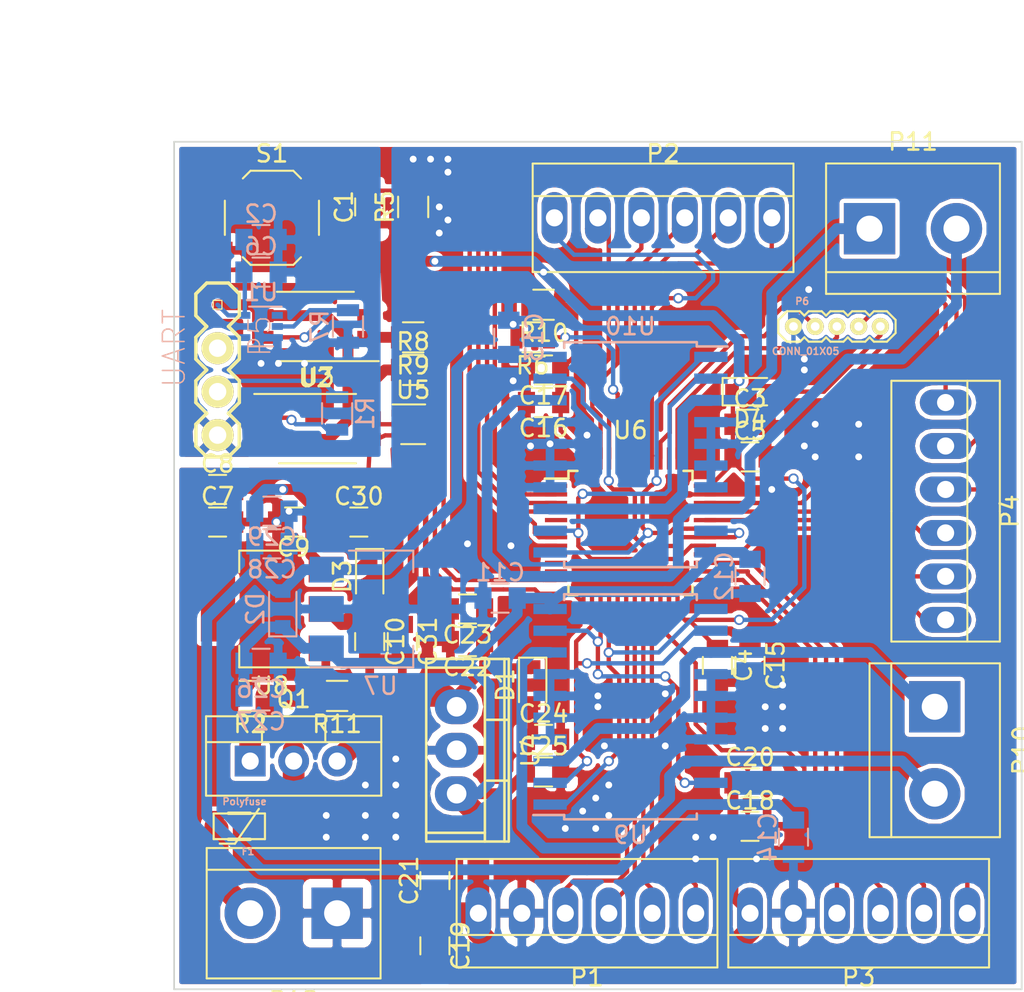
<source format=kicad_pcb>
(kicad_pcb (version 4) (host pcbnew 4.0.5)
  (layers (0 F.Cu signal hide) (31 B.Cu signal hide) (34 B.Paste user) (35 F.Paste user) (36 B.SilkS user) (37 F.SilkS user) (38 B.Mask user) (39 F.Mask user) (44 Edge.Cuts user))
  (net 0 "")
  (net 1 GND)
  (net 2 +3V3)
  (net 3 +12C)
  (net 4 +5C)
  (net 5 "Net-(D4-Pad2)")
  (net 6 "Net-(P1-Pad2)")
  (net 7 "Net-(P1-Pad3)")
  (net 8 "Net-(P1-Pad4)")
  (net 9 "Net-(P2-Pad2)")
  (net 10 "Net-(P2-Pad3)")
  (net 11 "Net-(P2-Pad4)")
  (net 12 "Net-(P2-Pad5)")
  (net 13 "Net-(P2-Pad6)")
  (net 14 "Net-(P3-Pad1)")
  (net 15 "Net-(P3-Pad2)")
  (net 16 "Net-(P3-Pad3)")
  (net 17 "Net-(P3-Pad4)")
  (net 18 /Enc0)
  (net 19 /Enc1)
  (net 20 /Enc2)
  (net 21 /Enc3)
  (net 22 "Net-(P4-Pad6)")
  (net 23 VSS)
  (net 24 "Net-(P5-Pad2)")
  (net 25 "Net-(P5-Pad3)")
  (net 26 VEE)
  (net 27 /SWCLK)
  (net 28 /SWDIO)
  (net 29 "Net-(P10-Pad1)")
  (net 30 "Net-(P10-Pad2)")
  (net 31 "Net-(P11-Pad1)")
  (net 32 "Net-(P11-Pad2)")
  (net 33 +24V)
  (net 34 "Net-(Q1-Pad1)")
  (net 35 "Net-(R1-Pad1)")
  (net 36 "Net-(R7-Pad1)")
  (net 37 "Net-(R8-Pad1)")
  (net 38 /IntRx)
  (net 39 "Net-(R9-Pad2)")
  (net 40 /IntTx)
  (net 41 "Net-(U6-Pad14)")
  (net 42 "Net-(U6-Pad15)")
  (net 43 "Net-(U6-Pad16)")
  (net 44 "Net-(U10-Pad12)")
  (net 45 "Net-(U10-Pad19)")
  (net 46 "Net-(U10-Pad1)")
  (net 47 "Net-(C1-Pad2)")
  (net 48 "Net-(C22-Pad1)")
  (net 49 "Net-(F1-Pad1)")
  (net 50 "Net-(R10-Pad2)")
  (net 51 /Enc4)
  (net 52 /SWO)
  (net 53 /P11)
  (net 54 /P21)
  (module Housings_SOIC:SOIC-20W_7.5x12.8mm_Pitch1.27mm (layer B.Cu) (at 214.63 69.088 180)
    (fp_text reference U10 (at 0 7.5 180) (layer B.SilkS) (effects (justify mirror)))
    (fp_text value HL293D)
    (pad 1 smd rect (at -4.7 5.715 180) (size 1.95 0.6) (layers B.Cu B.Paste B.Mask) (net 46 "Net-(U10-Pad1)"))
    (pad 2 smd rect (at -4.7 4.445 180) (size 1.95 0.6) (layers B.Cu B.Paste B.Mask) (net 44 "Net-(U10-Pad12)"))
    (pad 3 smd rect (at -4.7 3.175 180) (size 1.95 0.6) (layers B.Cu B.Paste B.Mask) (net 31 "Net-(P11-Pad1)"))
    (pad 4 smd rect (at -4.7 1.905 180) (size 1.95 0.6) (layers B.Cu B.Paste B.Mask) (net 1 GND))
    (pad 5 smd rect (at -4.7 0.635 180) (size 1.95 0.6) (layers B.Cu B.Paste B.Mask) (net 1 GND))
    (pad 6 smd rect (at -4.7 -0.635 180) (size 1.95 0.6) (layers B.Cu B.Paste B.Mask) (net 1 GND))
    (pad 7 smd rect (at -4.7 -1.905 180) (size 1.95 0.6) (layers B.Cu B.Paste B.Mask) (net 1 GND))
    (pad 8 smd rect (at -4.7 -3.175 180) (size 1.95 0.6) (layers B.Cu B.Paste B.Mask) (net 32 "Net-(P11-Pad2)"))
    (pad 9 smd rect (at -4.7 -4.445 180) (size 1.95 0.6) (layers B.Cu B.Paste B.Mask) (net 45 "Net-(U10-Pad19)"))
    (pad 10 smd rect (at -4.7 -5.715 180) (size 1.95 0.6) (layers B.Cu B.Paste B.Mask) (net 3 +12C))
    (pad 11 smd rect (at 4.7 -5.715 180) (size 1.95 0.6) (layers B.Cu B.Paste B.Mask) (net 46 "Net-(U10-Pad1)"))
    (pad 12 smd rect (at 4.7 -4.445 180) (size 1.95 0.6) (layers B.Cu B.Paste B.Mask) (net 44 "Net-(U10-Pad12)"))
    (pad 13 smd rect (at 4.7 -3.175 180) (size 1.95 0.6) (layers B.Cu B.Paste B.Mask) (net 31 "Net-(P11-Pad1)"))
    (pad 14 smd rect (at 4.7 -1.905 180) (size 1.95 0.6) (layers B.Cu B.Paste B.Mask) (net 1 GND))
    (pad 15 smd rect (at 4.7 -0.635 180) (size 1.95 0.6) (layers B.Cu B.Paste B.Mask) (net 1 GND))
    (pad 16 smd rect (at 4.7 0.635 180) (size 1.95 0.6) (layers B.Cu B.Paste B.Mask) (net 1 GND))
    (pad 17 smd rect (at 4.7 1.905 180) (size 1.95 0.6) (layers B.Cu B.Paste B.Mask) (net 1 GND))
    (pad 18 smd rect (at 4.7 3.175 180) (size 1.95 0.6) (layers B.Cu B.Paste B.Mask) (net 32 "Net-(P11-Pad2)"))
    (pad 19 smd rect (at 4.7 4.445 180) (size 1.95 0.6) (layers B.Cu B.Paste B.Mask) (net 45 "Net-(U10-Pad19)"))
    (pad 20 smd rect (at 4.7 5.715 180) (size 1.95 0.6) (layers B.Cu B.Paste B.Mask) (net 4 +5C))
  )
  (module Housings_SOIC:SOIC-20W_7.5x12.8mm_Pitch1.27mm (layer B.Cu) (at 214.63 83.82)
    (fp_text reference U9 (at 0 7.5) (layer B.SilkS) (effects (justify mirror)))
    (fp_text value HL293D)
    (pad 1 smd rect (at -4.7 5.715) (size 1.95 0.6) (layers B.Cu B.Paste B.Mask) (net 43 "Net-(U6-Pad16)"))
    (pad 2 smd rect (at -4.7 4.445) (size 1.95 0.6) (layers B.Cu B.Paste B.Mask) (net 41 "Net-(U6-Pad14)"))
    (pad 3 smd rect (at -4.7 3.175) (size 1.95 0.6) (layers B.Cu B.Paste B.Mask) (net 29 "Net-(P10-Pad1)"))
    (pad 4 smd rect (at -4.7 1.905) (size 1.95 0.6) (layers B.Cu B.Paste B.Mask) (net 1 GND))
    (pad 5 smd rect (at -4.7 0.635) (size 1.95 0.6) (layers B.Cu B.Paste B.Mask) (net 1 GND))
    (pad 6 smd rect (at -4.7 -0.635) (size 1.95 0.6) (layers B.Cu B.Paste B.Mask) (net 1 GND))
    (pad 7 smd rect (at -4.7 -1.905) (size 1.95 0.6) (layers B.Cu B.Paste B.Mask) (net 1 GND))
    (pad 8 smd rect (at -4.7 -3.175) (size 1.95 0.6) (layers B.Cu B.Paste B.Mask) (net 30 "Net-(P10-Pad2)"))
    (pad 9 smd rect (at -4.7 -4.445) (size 1.95 0.6) (layers B.Cu B.Paste B.Mask) (net 42 "Net-(U6-Pad15)"))
    (pad 10 smd rect (at -4.7 -5.715) (size 1.95 0.6) (layers B.Cu B.Paste B.Mask) (net 3 +12C))
    (pad 11 smd rect (at 4.7 -5.715) (size 1.95 0.6) (layers B.Cu B.Paste B.Mask) (net 43 "Net-(U6-Pad16)"))
    (pad 12 smd rect (at 4.7 -4.445) (size 1.95 0.6) (layers B.Cu B.Paste B.Mask) (net 41 "Net-(U6-Pad14)"))
    (pad 13 smd rect (at 4.7 -3.175) (size 1.95 0.6) (layers B.Cu B.Paste B.Mask) (net 29 "Net-(P10-Pad1)"))
    (pad 14 smd rect (at 4.7 -1.905) (size 1.95 0.6) (layers B.Cu B.Paste B.Mask) (net 1 GND))
    (pad 15 smd rect (at 4.7 -0.635) (size 1.95 0.6) (layers B.Cu B.Paste B.Mask) (net 1 GND))
    (pad 16 smd rect (at 4.7 0.635) (size 1.95 0.6) (layers B.Cu B.Paste B.Mask) (net 1 GND))
    (pad 17 smd rect (at 4.7 1.905) (size 1.95 0.6) (layers B.Cu B.Paste B.Mask) (net 1 GND))
    (pad 18 smd rect (at 4.7 3.175) (size 1.95 0.6) (layers B.Cu B.Paste B.Mask) (net 30 "Net-(P10-Pad2)"))
    (pad 19 smd rect (at 4.7 4.445) (size 1.95 0.6) (layers B.Cu B.Paste B.Mask) (net 42 "Net-(U6-Pad15)"))
    (pad 20 smd rect (at 4.7 5.715) (size 1.95 0.6) (layers B.Cu B.Paste B.Mask) (net 4 +5C))
  )
  (module Capacitors_SMD:C_0805 (layer F.Cu) (at 190.5 71.12)
    (fp_text reference C8 (at 0 -1.5) (layer F.SilkS))
    (fp_text value 1u)
    (pad 1 smd rect (at -1 0) (size 1 1.25) (layers F.Cu F.Paste F.Mask) (net 2 +3V3))
    (pad 2 smd rect (at 1 0) (size 1 1.25) (layers F.Cu F.Paste F.Mask) (net 1 GND))
  )
  (module Capacitors_SMD:C_0805 (layer F.Cu) (at 190.5 73.025)
    (fp_text reference C7 (at 0 -1.5) (layer F.SilkS))
    (fp_text value 100n)
    (pad 1 smd rect (at -1 0) (size 1 1.25) (layers F.Cu F.Paste F.Mask) (net 2 +3V3))
    (pad 2 smd rect (at 1 0) (size 1 1.25) (layers F.Cu F.Paste F.Mask) (net 1 GND))
  )
  (module Capacitors_SMD:C_0805 (layer F.Cu) (at 199.39 54.61 90)
    (fp_text reference C1 (at 0 -1.5 90) (layer F.SilkS))
    (fp_text value 0.1u)
    (pad 1 smd rect (at -1 0 90) (size 1 1.25) (layers F.Cu F.Paste F.Mask) (net 1 GND))
    (pad 2 smd rect (at 1 0 90) (size 1 1.25) (layers F.Cu F.Paste F.Mask) (net 47 "Net-(C1-Pad2)"))
  )
  (module Capacitors_SMD:C_0805 (layer B.Cu) (at 193.04 56.515 180)
    (fp_text reference C2 (at 0 1.5 180) (layer B.SilkS) (effects (justify mirror)))
    (fp_text value 100n)
    (pad 1 smd rect (at -1 0 180) (size 1 1.25) (layers B.Cu B.Paste B.Mask) (net 26 VEE))
    (pad 2 smd rect (at 1 0 180) (size 1 1.25) (layers B.Cu B.Paste B.Mask) (net 23 VSS))
  )
  (module Capacitors_SMD:C_0805 (layer F.Cu) (at 221.615 67.31)
    (fp_text reference C3 (at 0 -1.5) (layer F.SilkS))
    (fp_text value 100n)
    (pad 1 smd rect (at -1 0) (size 1 1.25) (layers F.Cu F.Paste F.Mask) (net 2 +3V3))
    (pad 2 smd rect (at 1 0) (size 1 1.25) (layers F.Cu F.Paste F.Mask) (net 1 GND))
  )
  (module Capacitors_SMD:C_0805 (layer F.Cu) (at 219.71 81.407 270)
    (fp_text reference C4 (at 0 -1.5 270) (layer F.SilkS))
    (fp_text value 100n)
    (pad 1 smd rect (at -1 0 270) (size 1 1.25) (layers F.Cu F.Paste F.Mask) (net 2 +3V3))
    (pad 2 smd rect (at 1 0 270) (size 1 1.25) (layers F.Cu F.Paste F.Mask) (net 1 GND))
  )
  (module Capacitors_SMD:C_0805 (layer F.Cu) (at 221.615 69.215)
    (fp_text reference C5 (at 0 -1.5) (layer F.SilkS))
    (fp_text value 1u)
    (pad 1 smd rect (at -1 0) (size 1 1.25) (layers F.Cu F.Paste F.Mask) (net 2 +3V3))
    (pad 2 smd rect (at 1 0) (size 1 1.25) (layers F.Cu F.Paste F.Mask) (net 1 GND))
  )
  (module Capacitors_SMD:C_0805 (layer B.Cu) (at 193.04 58.42 180)
    (fp_text reference C6 (at 0 1.5 180) (layer B.SilkS) (effects (justify mirror)))
    (fp_text value 1u)
    (pad 1 smd rect (at -1 0 180) (size 1 1.25) (layers B.Cu B.Paste B.Mask) (net 26 VEE))
    (pad 2 smd rect (at 1 0 180) (size 1 1.25) (layers B.Cu B.Paste B.Mask) (net 23 VSS))
  )
  (module Capacitors_SMD:C_0805 (layer F.Cu) (at 194.945 73.025 180)
    (fp_text reference C9 (at 0 -1.5 180) (layer F.SilkS))
    (fp_text value 10u)
    (pad 1 smd rect (at -1 0 180) (size 1 1.25) (layers F.Cu F.Paste F.Mask) (net 4 +5C))
    (pad 2 smd rect (at 1 0 180) (size 1 1.25) (layers F.Cu F.Paste F.Mask) (net 1 GND))
  )
  (module Capacitors_SMD:C_0805 (layer F.Cu) (at 199.39 80.01 270)
    (fp_text reference C10 (at 0 -1.5 270) (layer F.SilkS))
    (fp_text value 100u)
    (pad 1 smd rect (at -1 0 270) (size 1 1.25) (layers F.Cu F.Paste F.Mask) (net 2 +3V3))
    (pad 2 smd rect (at 1 0 270) (size 1 1.25) (layers F.Cu F.Paste F.Mask) (net 1 GND))
  )
  (module Capacitors_SMD:C_0805 (layer B.Cu) (at 207.01 77.47 180)
    (fp_text reference C11 (at 0 1.5 180) (layer B.SilkS) (effects (justify mirror)))
    (fp_text value 100n)
    (pad 1 smd rect (at -1 0 180) (size 1 1.25) (layers B.Cu B.Paste B.Mask) (net 3 +12C))
    (pad 2 smd rect (at 1 0 180) (size 1 1.25) (layers B.Cu B.Paste B.Mask) (net 1 GND))
  )
  (module Capacitors_SMD:C_0805 (layer B.Cu) (at 221.615 76.2 270)
    (fp_text reference C12 (at 0 1.5 270) (layer B.SilkS) (effects (justify mirror)))
    (fp_text value 100n)
    (pad 1 smd rect (at -1 0 270) (size 1 1.25) (layers B.Cu B.Paste B.Mask) (net 3 +12C))
    (pad 2 smd rect (at 1 0 270) (size 1 1.25) (layers B.Cu B.Paste B.Mask) (net 1 GND))
  )
  (module Capacitors_SMD:C_0805 (layer B.Cu) (at 207.518 62.23 90)
    (fp_text reference C13 (at 0 1.5 90) (layer B.SilkS) (effects (justify mirror)))
    (fp_text value 100n)
    (pad 1 smd rect (at -1 0 90) (size 1 1.25) (layers B.Cu B.Paste B.Mask) (net 4 +5C))
    (pad 2 smd rect (at 1 0 90) (size 1 1.25) (layers B.Cu B.Paste B.Mask) (net 1 GND))
  )
  (module Capacitors_SMD:C_0805 (layer B.Cu) (at 224.155 91.44 270)
    (fp_text reference C14 (at 0 1.5 270) (layer B.SilkS) (effects (justify mirror)))
    (fp_text value 100n)
    (pad 1 smd rect (at -1 0 270) (size 1 1.25) (layers B.Cu B.Paste B.Mask) (net 4 +5C))
    (pad 2 smd rect (at 1 0 270) (size 1 1.25) (layers B.Cu B.Paste B.Mask) (net 1 GND))
  )
  (module Capacitors_SMD:C_0805 (layer F.Cu) (at 221.615 81.407 270)
    (fp_text reference C15 (at 0 -1.5 270) (layer F.SilkS))
    (fp_text value 1u)
    (pad 1 smd rect (at -1 0 270) (size 1 1.25) (layers F.Cu F.Paste F.Mask) (net 2 +3V3))
    (pad 2 smd rect (at 1 0 270) (size 1 1.25) (layers F.Cu F.Paste F.Mask) (net 1 GND))
  )
  (module Capacitors_SMD:C_0805 (layer F.Cu) (at 209.55 66.04 180)
    (fp_text reference C16 (at 0 -1.5 180) (layer F.SilkS))
    (fp_text value 100n)
    (pad 1 smd rect (at -1 0 180) (size 1 1.25) (layers F.Cu F.Paste F.Mask) (net 2 +3V3))
    (pad 2 smd rect (at 1 0 180) (size 1 1.25) (layers F.Cu F.Paste F.Mask) (net 1 GND))
  )
  (module Capacitors_SMD:C_0805 (layer F.Cu) (at 209.55 64.135 180)
    (fp_text reference C17 (at 0 -1.5 180) (layer F.SilkS))
    (fp_text value 1u)
    (pad 1 smd rect (at -1 0 180) (size 1 1.25) (layers F.Cu F.Paste F.Mask) (net 2 +3V3))
    (pad 2 smd rect (at 1 0 180) (size 1 1.25) (layers F.Cu F.Paste F.Mask) (net 1 GND))
  )
  (module Diodes_SMD:D_0805 (layer F.Cu) (at 208.915 82.55 270)
    (fp_text reference D1 (at 0 1.6 270) (layer F.SilkS))
    (fp_text value D)
    (pad 1 smd rect (at -1.05 0 270) (size 0.8 0.9) (layers F.Cu F.Paste F.Mask) (net 48 "Net-(C22-Pad1)"))
    (pad 2 smd rect (at 1.05 0 270) (size 0.8 0.9) (layers F.Cu F.Paste F.Mask) (net 3 +12C))
  )
  (module Diodes_SMD:D_0805 (layer B.Cu) (at 194.31 78.105 90)
    (fp_text reference D2 (at 0 -1.6 90) (layer B.SilkS) (effects (justify mirror)))
    (fp_text value D)
    (pad 1 smd rect (at -1.05 0 90) (size 0.8 0.9) (layers B.Cu B.Paste B.Mask) (net 3 +12C))
    (pad 2 smd rect (at 1.05 0 90) (size 0.8 0.9) (layers B.Cu B.Paste B.Mask) (net 4 +5C))
  )
  (module Diodes_SMD:D_0805 (layer F.Cu) (at 199.39 76.2 270)
    (fp_text reference D3 (at 0 1.6 270) (layer F.SilkS))
    (fp_text value D)
    (pad 1 smd rect (at -1.05 0 270) (size 0.8 0.9) (layers F.Cu F.Paste F.Mask) (net 4 +5C))
    (pad 2 smd rect (at 1.05 0 270) (size 0.8 0.9) (layers F.Cu F.Paste F.Mask) (net 2 +3V3))
  )
  (module Diodes_SMD:D_0805 (layer F.Cu) (at 221.615 65.405)
    (fp_text reference D4 (at 0 1.6) (layer F.SilkS))
    (fp_text value D)
    (pad 1 smd rect (at -1.05 0) (size 0.8 0.9) (layers F.Cu F.Paste F.Mask) (net 2 +3V3))
    (pad 2 smd rect (at 1.05 0) (size 0.8 0.9) (layers F.Cu F.Paste F.Mask) (net 5 "Net-(D4-Pad2)"))
  )
  (module Connectors:PINHEAD1-6 (layer F.Cu) (at 218.44 95.885 180)
    (fp_text reference P1 (at 6.35 -3.75 180) (layer F.SilkS))
    (fp_text value CONN_01X06)
    (pad 1 thru_hole oval (at 0 0 180) (size 1.51 3.01) (drill 1) (layers *.Cu *.Mask) (net 53 /P11))
    (pad 2 thru_hole oval (at 2.54 0 180) (size 1.51 3.01) (drill 1) (layers *.Cu *.Mask) (net 6 "Net-(P1-Pad2)"))
    (pad 3 thru_hole oval (at 5.08 0 180) (size 1.51 3.01) (drill 1) (layers *.Cu *.Mask) (net 7 "Net-(P1-Pad3)"))
    (pad 4 thru_hole oval (at 7.62 0 180) (size 1.51 3.01) (drill 1) (layers *.Cu *.Mask) (net 8 "Net-(P1-Pad4)"))
    (pad 5 thru_hole oval (at 10.16 0 180) (size 1.51 3.01) (drill 1) (layers *.Cu *.Mask) (net 1 GND))
    (pad 6 thru_hole oval (at 12.7 0 180) (size 1.51 3.01) (drill 1) (layers *.Cu *.Mask) (net 3 +12C))
  )
  (module Connectors:PINHEAD1-6 (layer F.Cu) (at 210.185 55.245)
    (fp_text reference P2 (at 6.35 -3.75) (layer F.SilkS))
    (fp_text value CONN_01X06)
    (pad 1 thru_hole oval (at 0 0) (size 1.51 3.01) (drill 1) (layers *.Cu *.Mask) (net 54 /P21))
    (pad 2 thru_hole oval (at 2.54 0) (size 1.51 3.01) (drill 1) (layers *.Cu *.Mask) (net 9 "Net-(P2-Pad2)"))
    (pad 3 thru_hole oval (at 5.08 0) (size 1.51 3.01) (drill 1) (layers *.Cu *.Mask) (net 10 "Net-(P2-Pad3)"))
    (pad 4 thru_hole oval (at 7.62 0) (size 1.51 3.01) (drill 1) (layers *.Cu *.Mask) (net 11 "Net-(P2-Pad4)"))
    (pad 5 thru_hole oval (at 10.16 0) (size 1.51 3.01) (drill 1) (layers *.Cu *.Mask) (net 12 "Net-(P2-Pad5)"))
    (pad 6 thru_hole oval (at 12.7 0) (size 1.51 3.01) (drill 1) (layers *.Cu *.Mask) (net 13 "Net-(P2-Pad6)"))
  )
  (module Connectors:PINHEAD1-6 (layer F.Cu) (at 234.315 95.885 180)
    (fp_text reference P3 (at 6.35 -3.75 180) (layer F.SilkS))
    (fp_text value CONN_01X06)
    (pad 1 thru_hole oval (at 0 0 180) (size 1.51 3.01) (drill 1) (layers *.Cu *.Mask) (net 14 "Net-(P3-Pad1)"))
    (pad 2 thru_hole oval (at 2.54 0 180) (size 1.51 3.01) (drill 1) (layers *.Cu *.Mask) (net 15 "Net-(P3-Pad2)"))
    (pad 3 thru_hole oval (at 5.08 0 180) (size 1.51 3.01) (drill 1) (layers *.Cu *.Mask) (net 16 "Net-(P3-Pad3)"))
    (pad 4 thru_hole oval (at 7.62 0 180) (size 1.51 3.01) (drill 1) (layers *.Cu *.Mask) (net 17 "Net-(P3-Pad4)"))
    (pad 5 thru_hole oval (at 10.16 0 180) (size 1.51 3.01) (drill 1) (layers *.Cu *.Mask) (net 1 GND))
    (pad 6 thru_hole oval (at 12.7 0 180) (size 1.51 3.01) (drill 1) (layers *.Cu *.Mask) (net 3 +12C))
  )
  (module Connectors:PINHEAD1-6 (layer F.Cu) (at 233.045 66.04 270)
    (fp_text reference P4 (at 6.35 -3.75 270) (layer F.SilkS))
    (fp_text value CONN_01X06)
    (pad 1 thru_hole oval (at 0 0 270) (size 1.51 3.01) (drill 1) (layers *.Cu *.Mask) (net 18 /Enc0))
    (pad 2 thru_hole oval (at 2.54 0 270) (size 1.51 3.01) (drill 1) (layers *.Cu *.Mask) (net 19 /Enc1))
    (pad 3 thru_hole oval (at 5.08 0 270) (size 1.51 3.01) (drill 1) (layers *.Cu *.Mask) (net 20 /Enc2))
    (pad 4 thru_hole oval (at 7.62 0 270) (size 1.51 3.01) (drill 1) (layers *.Cu *.Mask) (net 21 /Enc3))
    (pad 5 thru_hole oval (at 10.16 0 270) (size 1.51 3.01) (drill 1) (layers *.Cu *.Mask) (net 51 /Enc4))
    (pad 6 thru_hole oval (at 12.7 0 270) (size 1.51 3.01) (drill 1) (layers *.Cu *.Mask) (net 22 "Net-(P4-Pad6)"))
  )
  (module SparkFun:SparkFun-1X04 (layer F.Cu) (at 190.5 60.325 270)
    (fp_text reference P5 (at 1.8288 -2.4638 270) (layer B.SilkS) (effects (font (size 1.27 1.27) (thickness 0.0889))))
    (fp_text value UART (at 2.54 2.54 270) (layer B.SilkS) (effects (font (size 1.27 1.27) (thickness 0.0889))))
    (pad 1 thru_hole rect (at 0 0 270) (size 1.8796 0) (drill 1.016) (layers *.Cu F.Paste F.SilkS F.Mask) (net 23 VSS))
    (pad 2 thru_hole circle (at 2.54 0 270) (size 1.8796 1.8796) (drill 1.016) (layers *.Cu F.Paste F.SilkS F.Mask) (net 24 "Net-(P5-Pad2)"))
    (pad 3 thru_hole circle (at 5.08 0 270) (size 1.8796 1.8796) (drill 1.016) (layers *.Cu F.Paste F.SilkS F.Mask) (net 25 "Net-(P5-Pad3)"))
    (pad 4 thru_hole circle (at 7.62 0 270) (size 1.8796 1.8796) (drill 1.016) (layers *.Cu F.Paste F.SilkS F.Mask) (net 26 VEE))
  )
  (module Connectors:bornier2 (layer F.Cu) (at 232.41 83.82 270)
    (fp_text reference P10 (at 2.54 -5.08 270) (layer F.SilkS))
    (fp_text value M1)
    (pad 1 thru_hole rect (at 0 0 270) (size 3 3) (drill 1.52) (layers *.Cu *.Mask) (net 29 "Net-(P10-Pad1)"))
    (pad 2 thru_hole circle (at 5.08 0 270) (size 3 3) (drill 1.52) (layers *.Cu *.Mask) (net 30 "Net-(P10-Pad2)"))
  )
  (module Connectors:bornier2 (layer F.Cu) (at 228.6 55.88)
    (fp_text reference P11 (at 2.54 -5.08) (layer F.SilkS))
    (fp_text value M2)
    (pad 1 thru_hole rect (at 0 0) (size 3 3) (drill 1.52) (layers *.Cu *.Mask) (net 31 "Net-(P11-Pad1)"))
    (pad 2 thru_hole circle (at 5.08 0) (size 3 3) (drill 1.52) (layers *.Cu *.Mask) (net 32 "Net-(P11-Pad2)"))
  )
  (module Connectors:bornier2 (layer F.Cu) (at 197.485 95.885 180)
    (fp_text reference P12 (at 2.54 -5.08 180) (layer F.SilkS))
    (fp_text value CONN_01X02)
    (pad 1 thru_hole rect (at 0 0 180) (size 3 3) (drill 1.52) (layers *.Cu *.Mask) (net 1 GND))
    (pad 2 thru_hole circle (at 5.08 0 180) (size 3 3) (drill 1.52) (layers *.Cu *.Mask) (net 33 +24V))
  )
  (module Resistors_SMD:R_0805 (layer B.Cu) (at 197.485 66.675 90)
    (fp_text reference R1 (at 0 1.65 90) (layer B.SilkS) (effects (justify mirror)))
    (fp_text value 100R)
    (pad 1 smd rect (at -0.95 0 90) (size 0.7 1.3) (layers B.Cu B.Paste B.Mask) (net 35 "Net-(R1-Pad1)"))
    (pad 2 smd rect (at 0.95 0 90) (size 0.7 1.3) (layers B.Cu B.Paste B.Mask) (net 25 "Net-(P5-Pad3)"))
  )
  (module Resistors_SMD:R_0805 (layer F.Cu) (at 192.405 83.185 180)
    (fp_text reference R2 (at 0 -1.65 180) (layer F.SilkS))
    (fp_text value 10k)
    (pad 1 smd rect (at -0.95 0 180) (size 0.7 1.3) (layers F.Cu F.Paste F.Mask) (net 34 "Net-(Q1-Pad1)"))
    (pad 2 smd rect (at 0.95 0 180) (size 0.7 1.3) (layers F.Cu F.Paste F.Mask) (net 1 GND))
  )
  (module Resistors_SMD:R_0805 (layer F.Cu) (at 201.93 54.61 90)
    (fp_text reference R5 (at 0 -1.65 90) (layer F.SilkS))
    (fp_text value 100k)
    (pad 1 smd rect (at -0.95 0 90) (size 0.7 1.3) (layers F.Cu F.Paste F.Mask) (net 2 +3V3))
    (pad 2 smd rect (at 0.95 0 90) (size 0.7 1.3) (layers F.Cu F.Paste F.Mask) (net 47 "Net-(C1-Pad2)"))
  )
  (module Resistors_SMD:R_0805 (layer F.Cu) (at 208.915 62.23 180)
    (fp_text reference R6 (at 0 -1.65 180) (layer F.SilkS))
    (fp_text value 510R)
    (pad 1 smd rect (at -0.95 0 180) (size 0.7 1.3) (layers F.Cu F.Paste F.Mask) (net 50 "Net-(R10-Pad2)"))
    (pad 2 smd rect (at 0.95 0 180) (size 0.7 1.3) (layers F.Cu F.Paste F.Mask) (net 1 GND))
  )
  (module Resistors_SMD:R_0805 (layer B.Cu) (at 198.12 61.595 270)
    (fp_text reference R7 (at 0 1.65 270) (layer B.SilkS) (effects (justify mirror)))
    (fp_text value 10k)
    (pad 1 smd rect (at -0.95 0 270) (size 0.7 1.3) (layers B.Cu B.Paste B.Mask) (net 36 "Net-(R7-Pad1)"))
    (pad 2 smd rect (at 0.95 0 270) (size 0.7 1.3) (layers B.Cu B.Paste B.Mask) (net 26 VEE))
  )
  (module Resistors_SMD:R_0805 (layer F.Cu) (at 201.93 64.135)
    (fp_text reference R8 (at 0 -1.65) (layer F.SilkS))
    (fp_text value 10k)
    (pad 1 smd rect (at -0.95 0) (size 0.7 1.3) (layers F.Cu F.Paste F.Mask) (net 37 "Net-(R8-Pad1)"))
    (pad 2 smd rect (at 0.95 0) (size 0.7 1.3) (layers F.Cu F.Paste F.Mask) (net 2 +3V3))
  )
  (module Resistors_SMD:R_0805 (layer F.Cu) (at 201.93 62.23 180)
    (fp_text reference R9 (at 0 -1.65 180) (layer F.SilkS))
    (fp_text value 100R)
    (pad 1 smd rect (at -0.95 0 180) (size 0.7 1.3) (layers F.Cu F.Paste F.Mask) (net 38 /IntRx))
    (pad 2 smd rect (at 0.95 0 180) (size 0.7 1.3) (layers F.Cu F.Paste F.Mask) (net 39 "Net-(R9-Pad2)"))
  )
  (module Resistors_SMD:R_0805 (layer F.Cu) (at 209.55 60.325 180)
    (fp_text reference R10 (at 0 -1.65 180) (layer F.SilkS))
    (fp_text value 10k)
    (pad 1 smd rect (at -0.95 0 180) (size 0.7 1.3) (layers F.Cu F.Paste F.Mask) (net 2 +3V3))
    (pad 2 smd rect (at 0.95 0 180) (size 0.7 1.3) (layers F.Cu F.Paste F.Mask) (net 50 "Net-(R10-Pad2)"))
  )
  (module TO_SOT_Packages_SMD:SOT-353_SC-70-5 (layer B.Cu) (at 193.04 61.595 180)
    (fp_text reference U1 (at 0 2 180) (layer B.SilkS) (effects (justify mirror)))
    (fp_text value 74AHC1G14)
    (pad 1 smd rect (at -0.95 0.65 180) (size 0.65 0.4) (layers B.Cu B.Paste B.Mask))
    (pad 3 smd rect (at -0.95 -0.65 180) (size 0.65 0.4) (layers B.Cu B.Paste B.Mask) (net 26 VEE))
    (pad 2 smd rect (at -0.95 0 180) (size 0.65 0.4) (layers B.Cu B.Paste B.Mask) (net 36 "Net-(R7-Pad1)"))
    (pad 4 smd rect (at 0.95 -0.65 180) (size 0.65 0.4) (layers B.Cu B.Paste B.Mask) (net 24 "Net-(P5-Pad2)"))
    (pad 5 smd rect (at 0.95 0.65 180) (size 0.65 0.4) (layers B.Cu B.Paste B.Mask) (net 23 VSS))
  )
  (module Buttons_Switches_SMD:SW_DIP_x2_W6.15mm_Slide_Omron_A6H (layer F.Cu) (at 196.215 61.595 180)
    (fp_text reference U2 (at 0 -3.025 180) (layer F.SilkS))
    (fp_text value LTV-358T)
    (pad 1 smd rect (at -3.075 -0.635 180) (size 1.25 0.76) (layers F.Cu F.Mask) (net 39 "Net-(R9-Pad2)"))
    (pad 3 smd rect (at 3.075 0.635 180) (size 1.25 0.76) (layers F.Cu F.Mask) (net 23 VSS))
    (pad 2 smd rect (at -3.075 0.635 180) (size 1.25 0.76) (layers F.Cu F.Mask) (net 1 GND))
    (pad 4 smd rect (at 3.075 -0.635 180) (size 1.25 0.76) (layers F.Cu F.Mask) (net 36 "Net-(R7-Pad1)"))
  )
  (module Buttons_Switches_SMD:SW_DIP_x2_W6.15mm_Slide_Omron_A6H (layer F.Cu) (at 196.342 67.564)
    (fp_text reference U3 (at 0 -3.025) (layer F.SilkS))
    (fp_text value LTV-358T)
    (pad 1 smd rect (at -3.075 -0.635) (size 1.25 0.76) (layers F.Cu F.Mask) (net 35 "Net-(R1-Pad1)"))
    (pad 3 smd rect (at 3.075 0.635) (size 1.25 0.76) (layers F.Cu F.Mask) (net 1 GND))
    (pad 2 smd rect (at -3.075 0.635) (size 1.25 0.76) (layers F.Cu F.Mask) (net 23 VSS))
    (pad 4 smd rect (at 3.075 -0.635) (size 1.25 0.76) (layers F.Cu F.Mask) (net 37 "Net-(R8-Pad1)"))
  )
  (module Power_Integrations:TO-220 (layer F.Cu) (at 204.47 86.36 270)
    (fp_text reference U4 (at 0 -4.318 270) (layer F.SilkS))
    (fp_text value LM7812CT)
    (pad 2 thru_hole oval (at 0 0 270) (size 2.032 2.54) (drill 1.143) (layers *.Cu *.Mask) (net 1 GND))
    (pad 3 thru_hole oval (at 2.54 0 270) (size 2.032 2.54) (drill 1.143) (layers *.Cu *.Mask) (net 3 +12C))
    (pad 1 thru_hole oval (at -2.54 0 270) (size 2.032 2.54) (drill 1.143) (layers *.Cu *.Mask) (net 48 "Net-(C22-Pad1)"))
  )
  (module TO_SOT_Packages_SMD:SOT-353_SC-70-5 (layer F.Cu) (at 201.93 67.31)
    (fp_text reference U5 (at 0 -2) (layer F.SilkS))
    (fp_text value 74AHC1G14)
    (pad 1 smd rect (at -0.95 -0.65) (size 0.65 0.4) (layers F.Cu F.Paste F.Mask))
    (pad 3 smd rect (at -0.95 0.65) (size 0.65 0.4) (layers F.Cu F.Paste F.Mask) (net 1 GND))
    (pad 2 smd rect (at -0.95 0) (size 0.65 0.4) (layers F.Cu F.Paste F.Mask) (net 37 "Net-(R8-Pad1)"))
    (pad 4 smd rect (at 0.95 0.65) (size 0.65 0.4) (layers F.Cu F.Paste F.Mask) (net 40 /IntTx))
    (pad 5 smd rect (at 0.95 -0.65) (size 0.65 0.4) (layers F.Cu F.Paste F.Mask) (net 2 +3V3))
  )
  (module TO_SOT_Packages_SMD:SOT-223-3Lead_TabPin2 (layer B.Cu) (at 200.025 78.105)
    (fp_text reference U7 (at 0 4.5) (layer B.SilkS) (effects (justify mirror)))
    (fp_text value LM7805CT)
    (pad 2 smd rect (at 3.15 0) (size 2 3.8) (layers B.Cu B.Paste B.Mask) (net 1 GND))
    (pad 2 smd rect (at -3.15 0) (size 2 1.5) (layers B.Cu B.Paste B.Mask) (net 1 GND))
    (pad 3 smd rect (at -3.15 -2.3) (size 2 1.5) (layers B.Cu B.Paste B.Mask) (net 4 +5C))
    (pad 1 smd rect (at -3.15 2.3) (size 2 1.5) (layers B.Cu B.Paste B.Mask) (net 3 +12C))
  )
  (module TO_SOT_Packages_SMD:SOT-223 (layer F.Cu) (at 193.675 78.105 180)
    (fp_text reference U8 (at 0 -4.5 180) (layer F.SilkS))
    (fp_text value LM1117-3.3)
    (pad 4 smd rect (at 3.15 0 180) (size 2 3.8) (layers F.Cu F.Paste F.Mask) (net 2 +3V3))
    (pad 2 smd rect (at -3.15 0 180) (size 2 1.5) (layers F.Cu F.Paste F.Mask) (net 2 +3V3))
    (pad 3 smd rect (at -3.15 2.3 180) (size 2 1.5) (layers F.Cu F.Paste F.Mask) (net 4 +5C))
    (pad 1 smd rect (at -3.15 -2.3 180) (size 2 1.5) (layers F.Cu F.Paste F.Mask) (net 1 GND))
  )
  (module Buttons_Switches_SMD:SW_SPST_TL3342 (layer F.Cu) (at 193.675 55.245)
    (fp_text reference S1 (at 0 -3.75) (layer F.SilkS))
    (fp_text value SWITCH)
    (pad 1 smd rect (at -3.15 -1.9) (size 1.7 1) (layers F.Cu F.Paste F.Mask) (net 47 "Net-(C1-Pad2)"))
    (pad 1 smd rect (at 3.15 -1.9) (size 1.7 1) (layers F.Cu F.Paste F.Mask) (net 47 "Net-(C1-Pad2)"))
    (pad 2 smd rect (at -3.15 1.9) (size 1.7 1) (layers F.Cu F.Paste F.Mask) (net 1 GND))
    (pad 2 smd rect (at 3.15 1.9) (size 1.7 1) (layers F.Cu F.Paste F.Mask) (net 1 GND))
  )
  (module TO_SOT_Packages_THT:TO-220_Vertical (layer F.Cu) (at 192.405 86.995)
    (fp_text reference Q1 (at 2.54 -3.62) (layer F.SilkS))
    (fp_text value IRF9540N)
    (pad 1 thru_hole rect (at 0 0) (size 1.8 1.8) (drill 1) (layers *.Cu *.Mask) (net 34 "Net-(Q1-Pad1)"))
    (pad 2 thru_hole oval (at 2.54 0) (size 1.8 1.8) (drill 1) (layers *.Cu *.Mask) (net 49 "Net-(F1-Pad1)"))
    (pad 3 thru_hole oval (at 5.08 0) (size 1.8 1.8) (drill 1) (layers *.Cu *.Mask) (net 48 "Net-(C22-Pad1)"))
  )
  (module Capacitors_SMD:C_0805 (layer F.Cu) (at 221.615 90.805)
    (fp_text reference C18 (at 0 -1.5) (layer F.SilkS))
    (fp_text value 1u)
    (pad 1 smd rect (at -1 0) (size 1 1.25) (layers F.Cu F.Paste F.Mask) (net 3 +12C))
    (pad 2 smd rect (at 1 0) (size 1 1.25) (layers F.Cu F.Paste F.Mask) (net 1 GND))
  )
  (module Capacitors_SMD:C_0805 (layer F.Cu) (at 203.2 97.79 270)
    (fp_text reference C19 (at 0 -1.5 270) (layer F.SilkS))
    (fp_text value 10u)
    (pad 1 smd rect (at -1 0 270) (size 1 1.25) (layers F.Cu F.Paste F.Mask) (net 3 +12C))
    (pad 2 smd rect (at 1 0 270) (size 1 1.25) (layers F.Cu F.Paste F.Mask) (net 1 GND))
  )
  (module Capacitors_SMD:C_0805 (layer F.Cu) (at 221.615 88.265)
    (fp_text reference C20 (at 0 -1.5) (layer F.SilkS))
    (fp_text value 100n)
    (pad 1 smd rect (at -1 0) (size 1 1.25) (layers F.Cu F.Paste F.Mask) (net 3 +12C))
    (pad 2 smd rect (at 1 0) (size 1 1.25) (layers F.Cu F.Paste F.Mask) (net 1 GND))
  )
  (module Capacitors_SMD:C_0805 (layer F.Cu) (at 203.2 93.98 90)
    (fp_text reference C21 (at 0 -1.5 90) (layer F.SilkS))
    (fp_text value 100n)
    (pad 1 smd rect (at -1 0 90) (size 1 1.25) (layers F.Cu F.Paste F.Mask) (net 3 +12C))
    (pad 2 smd rect (at 1 0 90) (size 1 1.25) (layers F.Cu F.Paste F.Mask) (net 1 GND))
  )
  (module Capacitors_SMD:C_0805 (layer F.Cu) (at 205.105 80.01 180)
    (fp_text reference C22 (at 0 -1.5 180) (layer F.SilkS))
    (fp_text value 100n)
    (pad 1 smd rect (at -1 0 180) (size 1 1.25) (layers F.Cu F.Paste F.Mask) (net 48 "Net-(C22-Pad1)"))
    (pad 2 smd rect (at 1 0 180) (size 1 1.25) (layers F.Cu F.Paste F.Mask) (net 1 GND))
  )
  (module Capacitors_SMD:C_0805 (layer F.Cu) (at 205.105 78.105 180)
    (fp_text reference C23 (at 0 -1.5 180) (layer F.SilkS))
    (fp_text value 0.33u)
    (pad 1 smd rect (at -1 0 180) (size 1 1.25) (layers F.Cu F.Paste F.Mask) (net 48 "Net-(C22-Pad1)"))
    (pad 2 smd rect (at 1 0 180) (size 1 1.25) (layers F.Cu F.Paste F.Mask) (net 1 GND))
  )
  (module Capacitors_SMD:C_0805 (layer F.Cu) (at 209.55 85.725)
    (fp_text reference C24 (at 0 -1.5) (layer F.SilkS))
    (fp_text value 0.1u)
    (pad 1 smd rect (at -1 0) (size 1 1.25) (layers F.Cu F.Paste F.Mask) (net 3 +12C))
    (pad 2 smd rect (at 1 0) (size 1 1.25) (layers F.Cu F.Paste F.Mask) (net 1 GND))
  )
  (module Capacitors_SMD:C_0805 (layer F.Cu) (at 209.55 87.63)
    (fp_text reference C25 (at 0 -1.5) (layer F.SilkS))
    (fp_text value 100n)
    (pad 1 smd rect (at -1 0) (size 1 1.25) (layers F.Cu F.Paste F.Mask) (net 3 +12C))
    (pad 2 smd rect (at 1 0) (size 1 1.25) (layers F.Cu F.Paste F.Mask) (net 1 GND))
  )
  (module Capacitors_SMD:C_0805 (layer B.Cu) (at 193.04 81.28)
    (fp_text reference C26 (at 0 1.5) (layer B.SilkS) (effects (justify mirror)))
    (fp_text value 100n)
    (pad 1 smd rect (at -1 0) (size 1 1.25) (layers B.Cu B.Paste B.Mask) (net 3 +12C))
    (pad 2 smd rect (at 1 0) (size 1 1.25) (layers B.Cu B.Paste B.Mask) (net 1 GND))
  )
  (module Capacitors_SMD:C_0805 (layer B.Cu) (at 193.04 83.185)
    (fp_text reference C27 (at 0 1.5) (layer B.SilkS) (effects (justify mirror)))
    (fp_text value 0.33u)
    (pad 1 smd rect (at -1 0) (size 1 1.25) (layers B.Cu B.Paste B.Mask) (net 3 +12C))
    (pad 2 smd rect (at 1 0) (size 1 1.25) (layers B.Cu B.Paste B.Mask) (net 1 GND))
  )
  (module Capacitors_SMD:C_0805 (layer B.Cu) (at 193.675 74.295)
    (fp_text reference C28 (at 0 1.5) (layer B.SilkS) (effects (justify mirror)))
    (fp_text value 0.1u)
    (pad 1 smd rect (at -1 0) (size 1 1.25) (layers B.Cu B.Paste B.Mask) (net 4 +5C))
    (pad 2 smd rect (at 1 0) (size 1 1.25) (layers B.Cu B.Paste B.Mask) (net 1 GND))
  )
  (module Capacitors_SMD:C_0805 (layer B.Cu) (at 193.675 72.39)
    (fp_text reference C29 (at 0 1.5) (layer B.SilkS) (effects (justify mirror)))
    (fp_text value 100n)
    (pad 1 smd rect (at -1 0) (size 1 1.25) (layers B.Cu B.Paste B.Mask) (net 4 +5C))
    (pad 2 smd rect (at 1 0) (size 1 1.25) (layers B.Cu B.Paste B.Mask) (net 1 GND))
  )
  (module Capacitors_SMD:C_0805 (layer F.Cu) (at 198.755 73.025)
    (fp_text reference C30 (at 0 -1.5) (layer F.SilkS))
    (fp_text value 100n)
    (pad 1 smd rect (at -1 0) (size 1 1.25) (layers F.Cu F.Paste F.Mask) (net 4 +5C))
    (pad 2 smd rect (at 1 0) (size 1 1.25) (layers F.Cu F.Paste F.Mask) (net 1 GND))
  )
  (module Capacitors_SMD:C_0805 (layer F.Cu) (at 201.295 80.01 270)
    (fp_text reference C31 (at 0 -1.5 270) (layer F.SilkS))
    (fp_text value 100n)
    (pad 1 smd rect (at -1 0 270) (size 1 1.25) (layers F.Cu F.Paste F.Mask) (net 2 +3V3))
    (pad 2 smd rect (at 1 0 270) (size 1 1.25) (layers F.Cu F.Paste F.Mask) (net 1 GND))
  )
  (module SparkFun:SparkFun-PTC-1206 (layer F.Cu) (at 191.77 90.805 180)
    (fp_text reference F1 (at -0.508 -1.4732 180) (layer B.SilkS) (effects (font (size 0.4064 0.4064) (thickness 0.0889))))
    (fp_text value Polyfuse (at -0.3048 1.4478 180) (layer B.SilkS) (effects (font (size 0.4064 0.4064) (thickness 0.0889))))
    (pad 1 smd rect (at -1.39954 0 180) (size 0.99822 1.79832) (layers F.Cu F.Paste F.Mask) (net 49 "Net-(F1-Pad1)"))
    (pad 2 smd rect (at 1.39954 0 180) (size 0.99822 1.79832) (layers F.Cu F.Paste F.Mask) (net 33 +24V))
  )
  (module Resistors_SMD:R_0805 (layer F.Cu) (at 197.485 83.185 180)
    (fp_text reference R11 (at 0 -1.65 180) (layer F.SilkS))
    (fp_text value 10k)
    (pad 1 smd rect (at -0.95 0 180) (size 0.7 1.3) (layers F.Cu F.Paste F.Mask) (net 48 "Net-(C22-Pad1)"))
    (pad 2 smd rect (at 0.95 0 180) (size 0.7 1.3) (layers F.Cu F.Paste F.Mask) (net 34 "Net-(Q1-Pad1)"))
  )
  (module SparkFun:SparkFun-1X05-1.27MM (layer F.Cu) (at 224.155 61.595)
    (fp_text reference P6 (at 0.508 -1.4732) (layer B.SilkS) (effects (font (size 0.4064 0.4064) (thickness 0.0889))))
    (fp_text value CONN_01X05 (at 0.7112 1.4478) (layer B.SilkS) (effects (font (size 0.4064 0.4064) (thickness 0.0889))))
    (pad 1 thru_hole circle (at 0 0) (size 0.99822 0.99822) (drill 0.508) (layers *.Cu F.Paste F.SilkS F.Mask) (net 1 GND))
    (pad 2 thru_hole circle (at 1.27 0) (size 0.99822 0.99822) (drill 0.508) (layers *.Cu F.Paste F.SilkS F.Mask) (net 52 /SWO))
    (pad 3 thru_hole circle (at 2.54 0) (size 0.99822 0.99822) (drill 0.508) (layers *.Cu F.Paste F.SilkS F.Mask) (net 27 /SWCLK))
    (pad 4 thru_hole circle (at 3.81 0) (size 0.99822 0.99822) (drill 0.508) (layers *.Cu F.Paste F.SilkS F.Mask) (net 28 /SWDIO))
    (pad 5 thru_hole circle (at 5.08 0) (size 0.99822 0.99822) (drill 0.508) (layers *.Cu F.Paste F.SilkS F.Mask) (net 5 "Net-(D4-Pad2)"))
  )
  (module Housings_QFP:LQFP-48_7x7mm_Pitch0.5mm (layer F.Cu) (at 214.63 73.66)
    (fp_text reference U6 (at 0 -6) (layer F.SilkS))
    (fp_text value STM32F103C6Tx)
    (pad 1 smd rect (at -4.35 -2.75) (size 1.3 0.25) (layers F.Cu F.Paste F.Mask))
    (pad 2 smd rect (at -4.35 -2.25) (size 1.3 0.25) (layers F.Cu F.Paste F.Mask) (net 18 /Enc0))
    (pad 3 smd rect (at -4.35 -1.75) (size 1.3 0.25) (layers F.Cu F.Paste F.Mask) (net 19 /Enc1))
    (pad 4 smd rect (at -4.35 -1.25) (size 1.3 0.25) (layers F.Cu F.Paste F.Mask) (net 20 /Enc2))
    (pad 5 smd rect (at -4.35 -0.75) (size 1.3 0.25) (layers F.Cu F.Paste F.Mask))
    (pad 6 smd rect (at -4.35 -0.25) (size 1.3 0.25) (layers F.Cu F.Paste F.Mask))
    (pad 7 smd rect (at -4.35 0.25) (size 1.3 0.25) (layers F.Cu F.Paste F.Mask) (net 47 "Net-(C1-Pad2)"))
    (pad 8 smd rect (at -4.35 0.75) (size 1.3 0.25) (layers F.Cu F.Paste F.Mask) (net 1 GND))
    (pad 9 smd rect (at -4.35 1.25) (size 1.3 0.25) (layers F.Cu F.Paste F.Mask))
    (pad 10 smd rect (at -4.35 1.75) (size 1.3 0.25) (layers F.Cu F.Paste F.Mask) (net 18 /Enc0))
    (pad 11 smd rect (at -4.35 2.25) (size 1.3 0.25) (layers F.Cu F.Paste F.Mask) (net 19 /Enc1))
    (pad 12 smd rect (at -4.35 2.75) (size 1.3 0.25) (layers F.Cu F.Paste F.Mask) (net 38 /IntRx))
    (pad 13 smd rect (at -2.75 4.35 90) (size 1.3 0.25) (layers F.Cu F.Paste F.Mask) (net 40 /IntTx))
    (pad 14 smd rect (at -2.25 4.35 90) (size 1.3 0.25) (layers F.Cu F.Paste F.Mask) (net 41 "Net-(U6-Pad14)"))
    (pad 15 smd rect (at -1.75 4.35 90) (size 1.3 0.25) (layers F.Cu F.Paste F.Mask) (net 42 "Net-(U6-Pad15)"))
    (pad 16 smd rect (at -1.25 4.35 90) (size 1.3 0.25) (layers F.Cu F.Paste F.Mask) (net 43 "Net-(U6-Pad16)"))
    (pad 17 smd rect (at -0.75 4.35 90) (size 1.3 0.25) (layers F.Cu F.Paste F.Mask))
    (pad 18 smd rect (at -0.25 4.35 90) (size 1.3 0.25) (layers F.Cu F.Paste F.Mask) (net 8 "Net-(P1-Pad4)"))
    (pad 19 smd rect (at 0.25 4.35 90) (size 1.3 0.25) (layers F.Cu F.Paste F.Mask) (net 7 "Net-(P1-Pad3)"))
    (pad 20 smd rect (at 0.75 4.35 90) (size 1.3 0.25) (layers F.Cu F.Paste F.Mask) (net 6 "Net-(P1-Pad2)"))
    (pad 21 smd rect (at 1.25 4.35 90) (size 1.3 0.25) (layers F.Cu F.Paste F.Mask) (net 53 /P11))
    (pad 22 smd rect (at 1.75 4.35 90) (size 1.3 0.25) (layers F.Cu F.Paste F.Mask) (net 17 "Net-(P3-Pad4)"))
    (pad 23 smd rect (at 2.25 4.35 90) (size 1.3 0.25) (layers F.Cu F.Paste F.Mask) (net 1 GND))
    (pad 24 smd rect (at 2.75 4.35 90) (size 1.3 0.25) (layers F.Cu F.Paste F.Mask) (net 2 +3V3))
    (pad 25 smd rect (at 4.35 2.75) (size 1.3 0.25) (layers F.Cu F.Paste F.Mask) (net 16 "Net-(P3-Pad3)"))
    (pad 26 smd rect (at 4.35 2.25) (size 1.3 0.25) (layers F.Cu F.Paste F.Mask) (net 15 "Net-(P3-Pad2)"))
    (pad 27 smd rect (at 4.35 1.75) (size 1.3 0.25) (layers F.Cu F.Paste F.Mask) (net 14 "Net-(P3-Pad1)"))
    (pad 28 smd rect (at 4.35 1.25) (size 1.3 0.25) (layers F.Cu F.Paste F.Mask) (net 22 "Net-(P4-Pad6)"))
    (pad 29 smd rect (at 4.35 0.75) (size 1.3 0.25) (layers F.Cu F.Paste F.Mask) (net 44 "Net-(U10-Pad12)"))
    (pad 30 smd rect (at 4.35 0.25) (size 1.3 0.25) (layers F.Cu F.Paste F.Mask) (net 45 "Net-(U10-Pad19)"))
    (pad 31 smd rect (at 4.35 -0.25) (size 1.3 0.25) (layers F.Cu F.Paste F.Mask) (net 46 "Net-(U10-Pad1)"))
    (pad 32 smd rect (at 4.35 -0.75) (size 1.3 0.25) (layers F.Cu F.Paste F.Mask) (net 51 /Enc4))
    (pad 33 smd rect (at 4.35 -1.25) (size 1.3 0.25) (layers F.Cu F.Paste F.Mask) (net 21 /Enc3))
    (pad 34 smd rect (at 4.35 -1.75) (size 1.3 0.25) (layers F.Cu F.Paste F.Mask) (net 28 /SWDIO))
    (pad 35 smd rect (at 4.35 -2.25) (size 1.3 0.25) (layers F.Cu F.Paste F.Mask) (net 1 GND))
    (pad 36 smd rect (at 4.35 -2.75) (size 1.3 0.25) (layers F.Cu F.Paste F.Mask) (net 2 +3V3))
    (pad 37 smd rect (at 2.75 -4.35 90) (size 1.3 0.25) (layers F.Cu F.Paste F.Mask) (net 27 /SWCLK))
    (pad 38 smd rect (at 2.25 -4.35 90) (size 1.3 0.25) (layers F.Cu F.Paste F.Mask))
    (pad 39 smd rect (at 1.75 -4.35 90) (size 1.3 0.25) (layers F.Cu F.Paste F.Mask) (net 52 /SWO))
    (pad 40 smd rect (at 1.25 -4.35 90) (size 1.3 0.25) (layers F.Cu F.Paste F.Mask) (net 54 /P21))
    (pad 41 smd rect (at 0.75 -4.35 90) (size 1.3 0.25) (layers F.Cu F.Paste F.Mask) (net 13 "Net-(P2-Pad6)"))
    (pad 42 smd rect (at 0.25 -4.35 90) (size 1.3 0.25) (layers F.Cu F.Paste F.Mask) (net 12 "Net-(P2-Pad5)"))
    (pad 43 smd rect (at -0.25 -4.35 90) (size 1.3 0.25) (layers F.Cu F.Paste F.Mask) (net 11 "Net-(P2-Pad4)"))
    (pad 44 smd rect (at -0.75 -4.35 90) (size 1.3 0.25) (layers F.Cu F.Paste F.Mask) (net 50 "Net-(R10-Pad2)"))
    (pad 45 smd rect (at -1.25 -4.35 90) (size 1.3 0.25) (layers F.Cu F.Paste F.Mask) (net 10 "Net-(P2-Pad3)"))
    (pad 46 smd rect (at -1.75 -4.35 90) (size 1.3 0.25) (layers F.Cu F.Paste F.Mask) (net 9 "Net-(P2-Pad2)"))
    (pad 47 smd rect (at -2.25 -4.35 90) (size 1.3 0.25) (layers F.Cu F.Paste F.Mask) (net 1 GND))
    (pad 48 smd rect (at -2.75 -4.35 90) (size 1.3 0.25) (layers F.Cu F.Paste F.Mask) (net 2 +3V3))
  )
  (gr_line (start 237.49 50.8) (end 187.96 50.8) (angle 90) (layer Edge.Cuts) (width 0.1))
  (gr_line (start 237.49 100.33) (end 237.49 50.8) (angle 90) (layer Edge.Cuts) (width 0.1))
  (gr_line (start 187.96 100.33) (end 237.49 100.33) (angle 90) (layer Edge.Cuts) (width 0.1))
  (gr_line (start 187.96 50.8) (end 187.96 100.33) (angle 90) (layer Edge.Cuts) (width 0.1))
  (via (at 194.675 72.39) (size 0.6) (drill 0.4) (layers F.Cu B.Cu) (net 1))
  (segment (start 194.58 72.39) (end 194.675 72.39) (width 0.254) (layer B.Cu) (net 1))
  (segment (start 194.675 72.39) (end 194.04 73.025) (width 0.254) (layer F.Cu) (net 1))
  (segment (start 194.04 73.025) (end 193.945 73.025) (width 0.254) (layer F.Cu) (net 1))
  (via (at 193.945 73.025) (size 0.6) (drill 0.4) (layers F.Cu B.Cu) (net 1))
  (segment (start 193.945 73.025) (end 194.58 72.39) (width 0.254) (layer B.Cu) (net 1))
  (segment (start 190.525 57.145) (end 190.525 56.159) (width 0.254) (layer F.Cu) (net 1))
  (via (at 203.962 52.578) (size 0.6) (drill 0.4) (layers F.Cu B.Cu) (net 1))
  (segment (start 203.962 51.816) (end 203.962 52.578) (width 0.254) (layer B.Cu) (net 1))
  (via (at 203.962 51.816) (size 0.6) (drill 0.4) (layers F.Cu B.Cu) (net 1))
  (segment (start 202.946 51.816) (end 203.962 51.816) (width 0.254) (layer F.Cu) (net 1))
  (via (at 202.946 51.816) (size 0.6) (drill 0.4) (layers F.Cu B.Cu) (net 1))
  (segment (start 201.93 51.816) (end 202.946 51.816) (width 0.254) (layer B.Cu) (net 1))
  (via (at 201.93 51.816) (size 0.6) (drill 0.4) (layers F.Cu B.Cu) (net 1))
  (segment (start 201.676 52.07) (end 201.93 51.816) (width 0.254) (layer F.Cu) (net 1))
  (segment (start 189.23 52.07) (end 201.676 52.07) (width 0.254) (layer F.Cu) (net 1))
  (segment (start 188.722 52.578) (end 189.23 52.07) (width 0.254) (layer F.Cu) (net 1))
  (segment (start 188.722 54.356) (end 188.722 52.578) (width 0.254) (layer F.Cu) (net 1))
  (segment (start 190.525 56.159) (end 188.722 54.356) (width 0.254) (layer F.Cu) (net 1))
  (segment (start 199.29 60.96) (end 199.29 59.028) (width 0.254) (layer F.Cu) (net 1))
  (segment (start 199.29 59.028) (end 200.406 57.912) (width 0.254) (layer F.Cu) (net 1))
  (segment (start 199.39 55.61) (end 199.406 55.61) (width 0.254) (layer F.Cu) (net 1))
  (segment (start 199.406 55.61) (end 200.406 54.61) (width 0.254) (layer F.Cu) (net 1))
  (segment (start 200.406 54.61) (end 203.454 54.61) (width 0.254) (layer F.Cu) (net 1))
  (via (at 203.454 54.61) (size 0.6) (drill 0.4) (layers F.Cu B.Cu) (net 1))
  (segment (start 203.454 54.61) (end 203.962 55.118) (width 0.254) (layer B.Cu) (net 1))
  (segment (start 203.962 55.118) (end 203.962 55.372) (width 0.254) (layer B.Cu) (net 1))
  (via (at 203.962 55.372) (size 0.6) (drill 0.4) (layers F.Cu B.Cu) (net 1))
  (segment (start 203.962 55.372) (end 203.454 55.88) (width 0.254) (layer F.Cu) (net 1))
  (segment (start 203.454 55.88) (end 203.454 56.134) (width 0.254) (layer F.Cu) (net 1))
  (via (at 203.454 56.134) (size 0.6) (drill 0.4) (layers F.Cu B.Cu) (net 1))
  (segment (start 199.417 68.199) (end 199.29 70.512) (width 0.254) (layer F.Cu) (net 1))
  (segment (start 199.755 70.977) (end 199.755 73.025) (width 0.254) (layer F.Cu) (net 1))
  (segment (start 199.29 70.512) (end 199.755 70.977) (width 0.254) (layer F.Cu) (net 1))
  (segment (start 199.417 68.199) (end 199.771 68.199) (width 0.254) (layer F.Cu) (net 1))
  (segment (start 199.771 68.199) (end 200.294 67.96) (width 0.254) (layer F.Cu) (net 1))
  (segment (start 200.294 67.96) (end 200.98 67.96) (width 0.254) (layer F.Cu) (net 1))
  (segment (start 208.55 64.135) (end 208.407 64.135) (width 0.635) (layer F.Cu) (net 1))
  (segment (start 208.407 64.135) (end 207.772 64.77) (width 0.635) (layer F.Cu) (net 1))
  (via (at 207.772 64.77) (size 0.6) (drill 0.4) (layers F.Cu B.Cu) (net 1))
  (segment (start 207.965 62.23) (end 207.965 61.661) (width 0.254) (layer F.Cu) (net 1))
  (segment (start 207.965 61.661) (end 207.772 61.468) (width 0.254) (layer F.Cu) (net 1))
  (via (at 207.772 61.468) (size 0.6) (drill 0.4) (layers F.Cu B.Cu) (net 1))
  (segment (start 207.772 61.468) (end 207.534 61.23) (width 0.254) (layer B.Cu) (net 1))
  (segment (start 207.534 61.23) (end 207.518 61.23) (width 0.254) (layer B.Cu) (net 1))
  (segment (start 221.615 82.407) (end 223.377 82.407) (width 0.254) (layer F.Cu) (net 1))
  (via (at 222.504 83.82) (size 0.6) (drill 0.4) (layers F.Cu B.Cu) (net 1))
  (segment (start 222.504 85.09) (end 222.504 83.82) (width 0.254) (layer F.Cu) (net 1))
  (via (at 222.504 85.09) (size 0.6) (drill 0.4) (layers F.Cu B.Cu) (net 1))
  (segment (start 223.52 85.09) (end 222.504 85.09) (width 0.254) (layer B.Cu) (net 1))
  (via (at 223.52 85.09) (size 0.6) (drill 0.4) (layers F.Cu B.Cu) (net 1))
  (segment (start 223.52 83.82) (end 223.52 85.09) (width 0.254) (layer F.Cu) (net 1))
  (via (at 223.52 83.82) (size 0.6) (drill 0.4) (layers F.Cu B.Cu) (net 1))
  (segment (start 223.52 82.55) (end 223.52 83.82) (width 0.254) (layer B.Cu) (net 1))
  (via (at 223.52 82.55) (size 0.6) (drill 0.4) (layers F.Cu B.Cu) (net 1))
  (segment (start 223.377 82.407) (end 223.52 82.55) (width 0.254) (layer F.Cu) (net 1))
  (segment (start 216.88 78.01) (end 216.88 76.998) (width 0.254) (layer F.Cu) (net 1))
  (segment (start 217.678 76.708) (end 218.44 77.47) (width 0.254) (layer F.Cu) (net 1))
  (segment (start 217.17 76.708) (end 217.678 76.708) (width 0.254) (layer F.Cu) (net 1))
  (segment (start 216.88 76.998) (end 217.17 76.708) (width 0.254) (layer F.Cu) (net 1))
  (segment (start 219.33 85.725) (end 217.043 85.725) (width 0.254) (layer B.Cu) (net 1))
  (via (at 216.662 83.058) (size 0.6) (drill 0.4) (layers F.Cu B.Cu) (net 1))
  (segment (start 216.662 86.106) (end 216.662 83.058) (width 0.254) (layer F.Cu) (net 1))
  (via (at 216.662 86.106) (size 0.6) (drill 0.4) (layers F.Cu B.Cu) (net 1))
  (segment (start 217.043 85.725) (end 216.662 86.106) (width 0.254) (layer B.Cu) (net 1))
  (segment (start 210.55 87.63) (end 210.55 89.392) (width 0.254) (layer F.Cu) (net 1))
  (via (at 210.82 90.932) (size 0.6) (drill 0.4) (layers F.Cu B.Cu) (net 1))
  (segment (start 212.598 90.932) (end 210.82 90.932) (width 0.254) (layer B.Cu) (net 1))
  (via (at 212.598 90.932) (size 0.6) (drill 0.4) (layers F.Cu B.Cu) (net 1))
  (segment (start 213.36 90.17) (end 212.598 90.932) (width 0.254) (layer F.Cu) (net 1))
  (via (at 213.36 90.17) (size 0.6) (drill 0.4) (layers F.Cu B.Cu) (net 1))
  (segment (start 213.36 88.392) (end 213.36 90.17) (width 0.254) (layer B.Cu) (net 1))
  (via (at 213.36 88.392) (size 0.6) (drill 0.4) (layers F.Cu B.Cu) (net 1))
  (segment (start 212.598 89.154) (end 213.36 88.392) (width 0.254) (layer F.Cu) (net 1))
  (via (at 212.598 89.154) (size 0.6) (drill 0.4) (layers F.Cu B.Cu) (net 1))
  (segment (start 211.836 89.916) (end 212.598 89.154) (width 0.254) (layer B.Cu) (net 1))
  (via (at 211.836 89.916) (size 0.6) (drill 0.4) (layers F.Cu B.Cu) (net 1))
  (segment (start 211.074 89.916) (end 211.836 89.916) (width 0.254) (layer F.Cu) (net 1))
  (segment (start 210.55 89.392) (end 211.074 89.916) (width 0.254) (layer F.Cu) (net 1))
  (segment (start 212.725 83.82) (end 212.725 85.725) (width 0.254) (layer F.Cu) (net 1))
  (segment (start 213.106 86.106) (end 214.122 86.106) (width 0.254) (layer B.Cu) (net 1))
  (via (at 213.106 86.106) (size 0.6) (drill 0.4) (layers F.Cu B.Cu) (net 1))
  (segment (start 212.725 85.725) (end 213.106 86.106) (width 0.254) (layer F.Cu) (net 1))
  (segment (start 209.93 67.183) (end 209.93 68.453) (width 0.25) (layer B.Cu) (net 1))
  (via (at 209.93 68.453) (size 0.6) (drill 0.4) (layers F.Cu B.Cu) (net 1))
  (segment (start 209.93 68.453) (end 209.803 68.58) (width 0.25) (layer F.Cu) (net 1))
  (segment (start 209.803 68.58) (end 208.788 68.58) (width 0.25) (layer F.Cu) (net 1))
  (via (at 208.788 68.58) (size 0.6) (drill 0.4) (layers F.Cu B.Cu) (net 1))
  (segment (start 204.47 86.36) (end 201.422 86.36) (width 0.25) (layer F.Cu) (net 1))
  (via (at 199.136 88.392) (size 0.6) (drill 0.4) (layers F.Cu B.Cu) (net 1))
  (segment (start 199.136 90.17) (end 199.136 88.392) (width 0.25) (layer F.Cu) (net 1))
  (via (at 199.136 90.17) (size 0.6) (drill 0.4) (layers F.Cu B.Cu) (net 1))
  (segment (start 196.85 90.17) (end 199.136 90.17) (width 0.25) (layer B.Cu) (net 1))
  (via (at 196.85 90.17) (size 0.6) (drill 0.4) (layers F.Cu B.Cu) (net 1))
  (segment (start 196.85 91.44) (end 196.85 90.17) (width 0.25) (layer F.Cu) (net 1))
  (via (at 196.85 91.44) (size 0.6) (drill 0.4) (layers F.Cu B.Cu) (net 1))
  (segment (start 199.136 91.44) (end 196.85 91.44) (width 0.25) (layer B.Cu) (net 1))
  (via (at 199.136 91.44) (size 0.6) (drill 0.4) (layers F.Cu B.Cu) (net 1))
  (segment (start 200.914 91.44) (end 199.136 91.44) (width 0.25) (layer F.Cu) (net 1))
  (via (at 200.914 91.44) (size 0.6) (drill 0.4) (layers F.Cu B.Cu) (net 1))
  (segment (start 200.914 90.17) (end 200.914 91.44) (width 0.25) (layer B.Cu) (net 1))
  (via (at 200.914 90.17) (size 0.6) (drill 0.4) (layers F.Cu B.Cu) (net 1))
  (segment (start 200.914 88.392) (end 200.914 90.17) (width 0.25) (layer F.Cu) (net 1))
  (via (at 200.914 88.392) (size 0.6) (drill 0.4) (layers F.Cu B.Cu) (net 1))
  (segment (start 200.914 86.868) (end 200.914 88.392) (width 0.25) (layer B.Cu) (net 1))
  (via (at 200.914 86.868) (size 0.6) (drill 0.4) (layers F.Cu B.Cu) (net 1))
  (segment (start 201.422 86.36) (end 200.914 86.868) (width 0.25) (layer F.Cu) (net 1))
  (segment (start 222.615 90.805) (end 222.615 92.091) (width 0.25) (layer F.Cu) (net 1))
  (via (at 219.456 91.44) (size 0.6) (drill 0.4) (layers F.Cu B.Cu) (net 1))
  (segment (start 218.44 91.44) (end 219.456 91.44) (width 0.25) (layer B.Cu) (net 1))
  (via (at 218.44 91.44) (size 0.6) (drill 0.4) (layers F.Cu B.Cu) (net 1))
  (segment (start 218.44 92.71) (end 218.44 91.44) (width 0.25) (layer F.Cu) (net 1))
  (via (at 218.44 92.71) (size 0.6) (drill 0.4) (layers F.Cu B.Cu) (net 1))
  (segment (start 221.996 92.71) (end 218.44 92.71) (width 0.25) (layer B.Cu) (net 1))
  (via (at 221.996 92.71) (size 0.6) (drill 0.4) (layers F.Cu B.Cu) (net 1))
  (segment (start 222.615 92.091) (end 221.996 92.71) (width 0.25) (layer F.Cu) (net 1))
  (segment (start 209.93 83.185) (end 212.09 83.185) (width 0.25) (layer B.Cu) (net 1))
  (via (at 212.725 83.185) (size 0.6) (drill 0.4) (layers F.Cu B.Cu) (net 1))
  (segment (start 212.725 83.82) (end 212.725 83.185) (width 0.25) (layer F.Cu) (net 1))
  (via (at 212.725 83.82) (size 0.6) (drill 0.4) (layers F.Cu B.Cu) (net 1))
  (segment (start 212.09 83.185) (end 212.725 83.82) (width 0.25) (layer B.Cu) (net 1))
  (segment (start 204.105 78.105) (end 204.105 77.74) (width 0.254) (layer F.Cu) (net 1))
  (segment (start 224.79 68.58) (end 224.79 67.945) (width 0.254) (layer F.Cu) (net 1))
  (segment (start 224.155 69.215) (end 224.79 68.58) (width 0.635) (layer F.Cu) (net 1))
  (via (at 224.79 68.58) (size 0.6) (drill 0.4) (layers F.Cu B.Cu) (net 1))
  (segment (start 222.615 69.215) (end 224.155 69.215) (width 0.635) (layer F.Cu) (net 1))
  (via (at 225.425 69.215) (size 0.6) (drill 0.4) (layers F.Cu B.Cu) (net 1))
  (segment (start 227.965 69.215) (end 225.425 69.215) (width 0.254) (layer B.Cu) (net 1))
  (via (at 227.965 69.215) (size 0.6) (drill 0.4) (layers F.Cu B.Cu) (net 1))
  (segment (start 227.965 67.31) (end 227.965 69.215) (width 0.254) (layer F.Cu) (net 1))
  (via (at 227.965 67.31) (size 0.6) (drill 0.4) (layers F.Cu B.Cu) (net 1))
  (segment (start 225.425 67.31) (end 227.965 67.31) (width 0.254) (layer B.Cu) (net 1))
  (via (at 225.425 67.31) (size 0.6) (drill 0.4) (layers F.Cu B.Cu) (net 1))
  (segment (start 224.79 67.945) (end 225.425 67.31) (width 0.254) (layer F.Cu) (net 1))
  (via (at 224.79 64.135) (size 0.6) (drill 0.4) (layers F.Cu B.Cu) (net 1))
  (segment (start 224.79 64.135) (end 224.79 63.5) (width 0.254) (layer F.Cu) (net 1))
  (via (at 224.79 63.5) (size 0.6) (drill 0.4) (layers F.Cu B.Cu) (net 1))
  (segment (start 224.79 63.5) (end 224.155 64.135) (width 0.254) (layer B.Cu) (net 1))
  (segment (start 225.044 59.436) (end 224.79 59.69) (width 0.635) (layer B.Cu) (net 1))
  (segment (start 224.155 60.325) (end 224.79 59.69) (width 0.635) (layer B.Cu) (net 1))
  (segment (start 224.155 60.325) (end 224.155 61.595) (width 0.635) (layer B.Cu) (net 1))
  (via (at 225.044 59.436) (size 0.6) (drill 0.4) (layers F.Cu B.Cu) (net 1))
  (segment (start 212.38 69.31) (end 212.38 68.235) (width 0.254) (layer F.Cu) (net 1))
  (via (at 212.09 67.945) (size 0.6) (drill 0.4) (layers F.Cu B.Cu) (net 1))
  (segment (start 212.38 68.235) (end 212.09 67.945) (width 0.254) (layer F.Cu) (net 1))
  (segment (start 218.98 71.41) (end 222.595 71.41) (width 0.254) (layer F.Cu) (net 1))
  (via (at 222.885 71.12) (size 0.6) (drill 0.4) (layers F.Cu B.Cu) (net 1))
  (segment (start 222.595 71.41) (end 222.885 71.12) (width 0.254) (layer F.Cu) (net 1))
  (via (at 207.645 74.41) (size 0.6) (drill 0.4) (layers F.Cu B.Cu) (net 1))
  (segment (start 207.645 74.41) (end 207.645 74.295) (width 0.254) (layer B.Cu) (net 1))
  (via (at 205.105 74.295) (size 0.6) (drill 0.4) (layers F.Cu B.Cu) (net 1))
  (segment (start 205.105 74.295) (end 205.22 74.41) (width 0.254) (layer F.Cu) (net 1))
  (segment (start 205.22 74.41) (end 207.645 74.41) (width 0.254) (layer F.Cu) (net 1))
  (segment (start 207.645 74.41) (end 210.28 74.41) (width 0.254) (layer F.Cu) (net 1))
  (segment (start 224.155 61.595) (end 224.155 64.135) (width 0.254) (layer B.Cu) (net 1))
  (segment (start 224.155 64.135) (end 224.155 65.405) (width 0.254) (layer B.Cu) (net 1))
  (segment (start 221.742 67.818) (end 221.234 67.818) (width 0.254) (layer B.Cu) (net 1))
  (segment (start 224.155 65.405) (end 221.742 67.818) (width 0.254) (layer B.Cu) (net 1))
  (segment (start 220.98 64.77) (end 220.98 62.484) (width 0.635) (layer B.Cu) (net 2))
  (via (at 220.98 64.77) (size 0.6) (drill 0.4) (layers F.Cu B.Cu) (net 2))
  (segment (start 220.565 65.185) (end 220.98 64.77) (width 0.254) (layer F.Cu) (net 2))
  (segment (start 220.98 62.484) (end 219.456 60.96) (width 0.635) (layer B.Cu) (net 2))
  (segment (start 218.948 60.96) (end 219.456 60.96) (width 0.635) (layer B.Cu) (net 2))
  (segment (start 212.09 60.96) (end 218.948 60.96) (width 0.635) (layer B.Cu) (net 2))
  (segment (start 212.09 60.96) (end 209.55 58.42) (width 0.635) (layer B.Cu) (net 2))
  (segment (start 220.565 65.405) (end 220.565 65.185) (width 0.254) (layer F.Cu) (net 2))
  (segment (start 190.525 78.105) (end 196.825 78.105) (width 0.254) (layer F.Cu) (net 2))
  (segment (start 209.55 58.42) (end 208.915 57.785) (width 0.635) (layer B.Cu) (net 2))
  (via (at 203.2 57.785) (size 0.6) (drill 0.4) (layers F.Cu B.Cu) (net 2))
  (segment (start 203.2 57.785) (end 208.915 57.785) (width 0.635) (layer B.Cu) (net 2))
  (segment (start 201.93 57.785) (end 203.2 57.785) (width 0.635) (layer F.Cu) (net 2))
  (segment (start 210.5 60.325) (end 210.5 59.37) (width 0.635) (layer F.Cu) (net 2))
  (segment (start 210.5 59.37) (end 209.55 58.42) (width 0.635) (layer F.Cu) (net 2))
  (via (at 209.55 58.42) (size 0.6) (drill 0.4) (layers F.Cu B.Cu) (net 2))
  (segment (start 217.932 78.867) (end 218.17 78.867) (width 0.254) (layer F.Cu) (net 2))
  (segment (start 218.17 78.867) (end 219.71 80.407) (width 0.254) (layer F.Cu) (net 2))
  (segment (start 221.615 80.407) (end 219.71 80.407) (width 0.254) (layer F.Cu) (net 2))
  (segment (start 220.98 78.74) (end 222.885 78.74) (width 0.254) (layer B.Cu) (net 2))
  (segment (start 210.5 60.325) (end 210.82 60.325) (width 0.254) (layer F.Cu) (net 2))
  (segment (start 210.82 60.325) (end 211.455 60.96) (width 0.254) (layer F.Cu) (net 2))
  (segment (start 211.455 63.23) (end 210.55 64.135) (width 0.254) (layer F.Cu) (net 2))
  (segment (start 211.455 60.96) (end 211.455 63.23) (width 0.254) (layer F.Cu) (net 2))
  (segment (start 220.615 69.215) (end 220.615 69.485) (width 0.254) (layer F.Cu) (net 2))
  (segment (start 220.615 69.485) (end 221.615 70.485) (width 0.254) (layer F.Cu) (net 2))
  (segment (start 221.615 70.485) (end 224.155 70.485) (width 0.254) (layer F.Cu) (net 2))
  (via (at 224.155 70.485) (size 0.6) (drill 0.4) (layers F.Cu B.Cu) (net 2))
  (segment (start 224.155 70.485) (end 224.79 71.12) (width 0.254) (layer B.Cu) (net 2))
  (segment (start 224.79 71.12) (end 224.79 76.835) (width 0.254) (layer B.Cu) (net 2))
  (segment (start 224.79 76.835) (end 222.885 78.74) (width 0.254) (layer B.Cu) (net 2))
  (segment (start 217.805 78.74) (end 217.932 78.867) (width 0.254) (layer F.Cu) (net 2))
  (segment (start 217.932 78.867) (end 217.38 78.315) (width 0.254) (layer F.Cu) (net 2))
  (segment (start 220.98 78.74) (end 218.44 78.74) (width 0.254) (layer F.Cu) (net 2))
  (segment (start 218.44 78.74) (end 217.805 78.74) (width 0.254) (layer F.Cu) (net 2))
  (via (at 220.98 78.74) (size 0.6) (drill 0.4) (layers F.Cu B.Cu) (net 2))
  (segment (start 217.38 78.315) (end 217.38 78.01) (width 0.254) (layer F.Cu) (net 2))
  (segment (start 210.55 60.375) (end 210.5 60.325) (width 0.254) (layer F.Cu) (net 2))
  (segment (start 210.55 64.135) (end 210.55 66.04) (width 0.635) (layer F.Cu) (net 2))
  (segment (start 211.88 69.31) (end 211.88 69.005) (width 0.254) (layer F.Cu) (net 2))
  (segment (start 211.88 69.005) (end 210.55 67.675) (width 0.254) (layer F.Cu) (net 2))
  (segment (start 210.55 67.675) (end 210.55 66.04) (width 0.254) (layer F.Cu) (net 2))
  (segment (start 189.5 73.025) (end 189.5 77.08) (width 0.635) (layer F.Cu) (net 2))
  (segment (start 189.5 77.08) (end 190.525 78.105) (width 0.635) (layer F.Cu) (net 2))
  (segment (start 189.5 71.12) (end 189.5 73.025) (width 0.635) (layer F.Cu) (net 2))
  (segment (start 220.615 67.31) (end 220.615 65.455) (width 0.254) (layer F.Cu) (net 2))
  (segment (start 220.615 65.455) (end 220.565 65.405) (width 0.254) (layer F.Cu) (net 2))
  (segment (start 220.615 69.215) (end 220.615 67.31) (width 0.254) (layer F.Cu) (net 2))
  (segment (start 218.98 70.91) (end 219.285 70.91) (width 0.254) (layer F.Cu) (net 2))
  (segment (start 219.285 70.91) (end 220.615 69.58) (width 0.254) (layer F.Cu) (net 2))
  (segment (start 220.615 69.58) (end 220.615 69.215) (width 0.254) (layer F.Cu) (net 2))
  (segment (start 189.45 71.07) (end 189.5 71.12) (width 0.635) (layer F.Cu) (net 2))
  (segment (start 202.88 66.66) (end 202.58 66.66) (width 0.635) (layer F.Cu) (net 2))
  (segment (start 202.58 66.66) (end 201.93 67.31) (width 0.635) (layer F.Cu) (net 2))
  (segment (start 202.88 64.135) (end 202.565 64.135) (width 0.635) (layer F.Cu) (net 2))
  (segment (start 202.565 64.135) (end 201.93 64.77) (width 0.635) (layer F.Cu) (net 2))
  (segment (start 201.93 55.56) (end 201.93 57.785) (width 0.635) (layer F.Cu) (net 2))
  (segment (start 201.93 57.785) (end 201.93 64.77) (width 0.635) (layer F.Cu) (net 2))
  (segment (start 201.93 64.77) (end 201.93 67.31) (width 0.635) (layer F.Cu) (net 2))
  (segment (start 201.93 67.31) (end 201.93 73.025) (width 0.635) (layer F.Cu) (net 2))
  (segment (start 201.93 73.025) (end 201.93 76.2) (width 0.635) (layer F.Cu) (net 2))
  (segment (start 200.88 77.25) (end 201.93 76.2) (width 0.635) (layer F.Cu) (net 2))
  (segment (start 199.39 77.25) (end 200.88 77.25) (width 0.635) (layer F.Cu) (net 2))
  (segment (start 199.39 77.25) (end 199.39 77.35) (width 0.635) (layer F.Cu) (net 2))
  (segment (start 199.39 77.35) (end 197.73 79.01) (width 0.635) (layer F.Cu) (net 2))
  (segment (start 199.39 79.01) (end 197.73 79.01) (width 0.635) (layer F.Cu) (net 2))
  (segment (start 197.73 79.01) (end 196.825 78.105) (width 0.635) (layer F.Cu) (net 2))
  (segment (start 201.295 79.01) (end 199.39 79.01) (width 0.635) (layer F.Cu) (net 2))
  (segment (start 216.662 77.089) (end 217.297 77.089) (width 0.635) (layer B.Cu) (net 3))
  (segment (start 217.297 77.089) (end 219.33 75.056) (width 0.635) (layer B.Cu) (net 3))
  (segment (start 219.33 75.056) (end 219.33 74.803) (width 0.635) (layer B.Cu) (net 3))
  (segment (start 206.375 88.265) (end 206.375 82.55) (width 0.635) (layer B.Cu) (net 3))
  (segment (start 205.74 95.885) (end 205.74 97.028) (width 1.27) (layer F.Cu) (net 3))
  (segment (start 205.74 97.028) (end 207.264 98.552) (width 1.27) (layer F.Cu) (net 3))
  (segment (start 219.964 98.552) (end 221.615 96.901) (width 1.27) (layer F.Cu) (net 3))
  (segment (start 207.264 98.552) (end 219.964 98.552) (width 1.27) (layer F.Cu) (net 3))
  (segment (start 221.615 96.901) (end 221.615 95.885) (width 1.27) (layer F.Cu) (net 3))
  (segment (start 219.33 74.803) (end 221.218 74.803) (width 0.635) (layer B.Cu) (net 3))
  (segment (start 221.218 74.803) (end 221.615 75.2) (width 0.635) (layer B.Cu) (net 3))
  (segment (start 221.25 75.565) (end 221.615 75.2) (width 0.254) (layer B.Cu) (net 3))
  (segment (start 209.93 78.105) (end 209.93 77.725) (width 0.635) (layer B.Cu) (net 3))
  (segment (start 210.82 77.089) (end 216.662 77.089) (width 0.635) (layer B.Cu) (net 3))
  (segment (start 209.93 77.725) (end 210.82 77.089) (width 0.635) (layer B.Cu) (net 3))
  (segment (start 208.01 77.47) (end 209.93 77.47) (width 0.635) (layer B.Cu) (net 3))
  (segment (start 209.93 77.47) (end 209.93 78.105) (width 0.635) (layer B.Cu) (net 3))
  (segment (start 208.01 77.47) (end 208.01 78.375) (width 0.635) (layer B.Cu) (net 3))
  (segment (start 208.01 78.375) (end 205.105 81.28) (width 0.635) (layer B.Cu) (net 3))
  (segment (start 220.615 90.805) (end 220.615 94.885) (width 0.635) (layer F.Cu) (net 3))
  (segment (start 220.615 94.885) (end 221.615 95.885) (width 0.635) (layer F.Cu) (net 3))
  (segment (start 220.615 88.265) (end 220.615 90.805) (width 0.635) (layer F.Cu) (net 3))
  (segment (start 206.375 82.55) (end 205.105 81.28) (width 0.635) (layer B.Cu) (net 3))
  (segment (start 205.74 88.9) (end 204.47 88.9) (width 0.635) (layer B.Cu) (net 3))
  (segment (start 206.375 88.265) (end 205.74 88.9) (width 0.635) (layer B.Cu) (net 3))
  (segment (start 197.75 81.28) (end 196.875 80.405) (width 0.635) (layer B.Cu) (net 3))
  (segment (start 205.105 81.28) (end 197.75 81.28) (width 0.635) (layer B.Cu) (net 3))
  (segment (start 192.04 81.28) (end 192.04 83.185) (width 0.635) (layer B.Cu) (net 3))
  (segment (start 194.31 79.155) (end 193.26 79.155) (width 0.635) (layer B.Cu) (net 3))
  (segment (start 192.04 80.375) (end 192.04 81.28) (width 0.635) (layer B.Cu) (net 3))
  (segment (start 193.26 79.155) (end 192.04 80.375) (width 0.635) (layer B.Cu) (net 3))
  (segment (start 196.875 80.405) (end 195.56 80.405) (width 0.635) (layer B.Cu) (net 3))
  (segment (start 195.56 80.405) (end 194.31 79.155) (width 0.635) (layer B.Cu) (net 3))
  (segment (start 204.47 88.9) (end 207.28 88.9) (width 0.635) (layer F.Cu) (net 3))
  (segment (start 207.28 88.9) (end 208.55 87.63) (width 0.635) (layer F.Cu) (net 3))
  (segment (start 208.55 85.725) (end 208.55 87.63) (width 0.635) (layer F.Cu) (net 3))
  (segment (start 208.915 83.6) (end 208.915 85.36) (width 0.635) (layer F.Cu) (net 3))
  (segment (start 208.915 85.36) (end 208.55 85.725) (width 0.635) (layer F.Cu) (net 3))
  (segment (start 204.47 95.885) (end 204.105 95.885) (width 1.27) (layer F.Cu) (net 3))
  (segment (start 204.105 95.885) (end 203.2 96.79) (width 1.27) (layer F.Cu) (net 3))
  (segment (start 205.74 95.885) (end 204.47 95.885) (width 1.27) (layer F.Cu) (net 3))
  (segment (start 204.105 95.885) (end 203.2 94.98) (width 1.27) (layer F.Cu) (net 3))
  (segment (start 204.47 88.9) (end 205.74 90.17) (width 1.27) (layer F.Cu) (net 3))
  (segment (start 205.74 90.17) (end 205.74 95.885) (width 1.27) (layer F.Cu) (net 3))
  (segment (start 194.31 71.12) (end 195.072 71.12) (width 0.635) (layer F.Cu) (net 4))
  (segment (start 195.945 71.993) (end 195.945 73.025) (width 0.635) (layer F.Cu) (net 4))
  (segment (start 195.072 71.12) (end 195.945 71.993) (width 0.635) (layer F.Cu) (net 4))
  (segment (start 194.31 71.12) (end 193.294 71.12) (width 0.635) (layer B.Cu) (net 4))
  (segment (start 192.675 71.739) (end 192.675 72.39) (width 0.635) (layer B.Cu) (net 4))
  (segment (start 193.294 71.12) (end 192.675 71.739) (width 0.635) (layer B.Cu) (net 4))
  (segment (start 207.518 63.23) (end 205.375 63.23) (width 0.635) (layer B.Cu) (net 4))
  (segment (start 204.47 64.135) (end 204.47 71.755) (width 0.635) (layer B.Cu) (net 4))
  (segment (start 205.375 63.23) (end 204.47 64.135) (width 0.635) (layer B.Cu) (net 4))
  (segment (start 212.09 93.345) (end 213.995 93.345) (width 0.635) (layer B.Cu) (net 4))
  (segment (start 217.805 89.535) (end 219.33 89.535) (width 0.635) (layer B.Cu) (net 4))
  (segment (start 213.995 93.345) (end 217.805 89.535) (width 0.635) (layer B.Cu) (net 4))
  (segment (start 209.93 63.373) (end 207.661 63.373) (width 0.635) (layer B.Cu) (net 4))
  (segment (start 207.661 63.373) (end 207.518 63.23) (width 0.635) (layer B.Cu) (net 4))
  (segment (start 189.865 78.645) (end 192.675 75.835) (width 0.635) (layer B.Cu) (net 4))
  (segment (start 189.865 90.17) (end 189.865 78.645) (width 0.635) (layer B.Cu) (net 4))
  (segment (start 193.04 93.345) (end 189.865 90.17) (width 0.635) (layer B.Cu) (net 4))
  (segment (start 212.09 93.345) (end 193.04 93.345) (width 0.635) (layer B.Cu) (net 4))
  (segment (start 219.33 89.535) (end 223.25 89.535) (width 0.635) (layer B.Cu) (net 4))
  (segment (start 223.25 89.535) (end 224.155 90.44) (width 0.635) (layer B.Cu) (net 4))
  (via (at 194.31 71.12) (size 0.6) (drill 0.4) (layers F.Cu B.Cu) (net 4))
  (segment (start 192.675 72.39) (end 192.675 72.12) (width 0.635) (layer B.Cu) (net 4))
  (segment (start 200.42 75.805) (end 196.875 75.805) (width 0.635) (layer B.Cu) (net 4))
  (segment (start 204.47 71.755) (end 200.42 75.805) (width 0.635) (layer B.Cu) (net 4))
  (segment (start 192.675 74.295) (end 192.675 72.39) (width 0.635) (layer B.Cu) (net 4))
  (segment (start 194.31 77.055) (end 193.895 77.055) (width 0.635) (layer B.Cu) (net 4))
  (segment (start 193.895 77.055) (end 192.675 75.835) (width 0.635) (layer B.Cu) (net 4))
  (segment (start 192.675 75.835) (end 192.675 74.295) (width 0.635) (layer B.Cu) (net 4))
  (segment (start 196.875 75.805) (end 195.56 75.805) (width 0.635) (layer B.Cu) (net 4))
  (segment (start 195.56 75.805) (end 194.31 77.055) (width 0.635) (layer B.Cu) (net 4))
  (segment (start 197.755 73.025) (end 195.945 73.025) (width 0.635) (layer F.Cu) (net 4))
  (segment (start 195.945 73.025) (end 195.945 74.925) (width 0.635) (layer F.Cu) (net 4))
  (segment (start 195.945 74.925) (end 196.825 75.805) (width 0.635) (layer F.Cu) (net 4))
  (segment (start 196.825 75.805) (end 198.735 75.805) (width 0.635) (layer F.Cu) (net 4))
  (segment (start 198.735 75.805) (end 199.39 75.15) (width 0.635) (layer F.Cu) (net 4))
  (segment (start 229.235 61.595) (end 229.235 62.103) (width 0.254) (layer F.Cu) (net 5))
  (segment (start 225.933 65.405) (end 222.665 65.405) (width 0.254) (layer F.Cu) (net 5))
  (segment (start 229.235 62.103) (end 225.933 65.405) (width 0.254) (layer F.Cu) (net 5))
  (segment (start 222.665 65.405) (end 223.52 65.405) (width 0.254) (layer F.Cu) (net 5))
  (segment (start 223.52 65.405) (end 223.52 65.405) (width 0.254) (layer F.Cu) (net 5))
  (segment (start 215.38 78.01) (end 215.38 93.968) (width 0.25) (layer F.Cu) (net 6))
  (segment (start 215.38 93.968) (end 215.9 94.488) (width 0.25) (layer F.Cu) (net 6))
  (segment (start 215.9 94.488) (end 215.9 95.885) (width 0.25) (layer F.Cu) (net 6))
  (segment (start 214.88 78.01) (end 214.88 93.984) (width 0.25) (layer F.Cu) (net 7))
  (segment (start 214.88 93.984) (end 213.36 95.504) (width 0.25) (layer F.Cu) (net 7))
  (segment (start 213.36 95.504) (end 213.36 95.885) (width 0.25) (layer F.Cu) (net 7))
  (segment (start 214.38 78.01) (end 214.38 78.436002) (width 0.25) (layer F.Cu) (net 8))
  (segment (start 214.38 78.436002) (end 214.429998 78.486) (width 0.25) (layer F.Cu) (net 8))
  (segment (start 214.429998 78.486) (end 214.429998 80.264) (width 0.25) (layer F.Cu) (net 8))
  (segment (start 214.429998 80.264) (end 214.429998 93.472) (width 0.25) (layer F.Cu) (net 8))
  (segment (start 214.429998 93.472) (end 213.921998 93.98) (width 0.25) (layer F.Cu) (net 8))
  (segment (start 213.921998 93.98) (end 211.328 93.98) (width 0.25) (layer F.Cu) (net 8))
  (segment (start 211.328 93.98) (end 210.82 94.488) (width 0.25) (layer F.Cu) (net 8))
  (segment (start 210.82 94.488) (end 210.82 95.885) (width 0.25) (layer F.Cu) (net 8))
  (segment (start 210.82 94.996) (end 210.82 95.885) (width 0.25) (layer F.Cu) (net 8))
  (segment (start 214.425998 78.01) (end 214.38 78.01) (width 0.254) (layer F.Cu) (net 8))
  (segment (start 212.88 67.31) (end 212.88 66.83) (width 0.254) (layer F.Cu) (net 9))
  (segment (start 212.397998 66.347998) (end 212.397998 64.462002) (width 0.254) (layer F.Cu) (net 9))
  (segment (start 212.88 66.83) (end 212.397998 66.347998) (width 0.254) (layer F.Cu) (net 9))
  (segment (start 212.88 67.818) (end 212.88 67.31) (width 0.254) (layer F.Cu) (net 9))
  (segment (start 213.36 63.5) (end 213.36 55.88) (width 0.254) (layer F.Cu) (net 9))
  (segment (start 212.397998 64.462002) (end 213.36 63.5) (width 0.254) (layer F.Cu) (net 9))
  (segment (start 213.36 55.88) (end 212.725 55.245) (width 0.254) (layer F.Cu) (net 9))
  (segment (start 212.88 69.31) (end 212.88 67.818) (width 0.254) (layer F.Cu) (net 9))
  (segment (start 212.09 55.88) (end 212.725 55.245) (width 0.254) (layer F.Cu) (net 9))
  (segment (start 213.38 67.056) (end 213.38 66.568) (width 0.254) (layer F.Cu) (net 10))
  (segment (start 212.852 64.77) (end 213.36 64.262) (width 0.254) (layer F.Cu) (net 10))
  (segment (start 212.852 66.04) (end 212.852 64.77) (width 0.254) (layer F.Cu) (net 10))
  (segment (start 213.38 66.568) (end 212.852 66.04) (width 0.254) (layer F.Cu) (net 10))
  (segment (start 215.265 55.245) (end 215.265 57.023) (width 0.254) (layer F.Cu) (net 10))
  (segment (start 215.265 57.023) (end 213.868 58.42) (width 0.254) (layer F.Cu) (net 10))
  (segment (start 213.868 58.42) (end 213.868 63.754) (width 0.254) (layer F.Cu) (net 10))
  (segment (start 213.868 63.754) (end 213.36 64.262) (width 0.254) (layer F.Cu) (net 10))
  (segment (start 213.38 69.31) (end 213.38 67.056) (width 0.254) (layer F.Cu) (net 10))
  (segment (start 215.265 56.515) (end 215.265 55.245) (width 0.254) (layer F.Cu) (net 10))
  (segment (start 214.38 58.924) (end 217.805 55.499) (width 0.254) (layer F.Cu) (net 11))
  (segment (start 214.38 69.31) (end 214.38 58.924) (width 0.254) (layer F.Cu) (net 11))
  (segment (start 217.805 55.499) (end 217.805 55.245) (width 0.254) (layer F.Cu) (net 11))
  (segment (start 217.17 55.88) (end 217.805 55.245) (width 0.254) (layer F.Cu) (net 11))
  (segment (start 214.88 61.468) (end 214.88 59.44) (width 0.25) (layer F.Cu) (net 12))
  (segment (start 218.44 57.404) (end 220.345 55.499) (width 0.25) (layer F.Cu) (net 12))
  (segment (start 216.916 57.404) (end 218.44 57.404) (width 0.25) (layer F.Cu) (net 12))
  (segment (start 214.88 59.44) (end 216.916 57.404) (width 0.25) (layer F.Cu) (net 12))
  (segment (start 220.345 55.499) (end 220.345 55.245) (width 0.25) (layer F.Cu) (net 12))
  (segment (start 214.88 69.31) (end 214.88 61.468) (width 0.254) (layer F.Cu) (net 12))
  (segment (start 220.345 55.499) (end 220.345 55.245) (width 0.254) (layer F.Cu) (net 12))
  (segment (start 215.38 62.992) (end 215.38 59.956) (width 0.25) (layer F.Cu) (net 13))
  (segment (start 222.885 57.023) (end 222.885 55.245) (width 0.25) (layer F.Cu) (net 13))
  (segment (start 221.996 57.912) (end 222.885 57.023) (width 0.25) (layer F.Cu) (net 13))
  (segment (start 217.424 57.912) (end 221.996 57.912) (width 0.25) (layer F.Cu) (net 13))
  (segment (start 215.38 59.956) (end 217.424 57.912) (width 0.25) (layer F.Cu) (net 13))
  (segment (start 215.38 69.31) (end 215.38 62.992) (width 0.254) (layer F.Cu) (net 13))
  (segment (start 222.885 55.118) (end 222.885 55.245) (width 0.254) (layer F.Cu) (net 13))
  (segment (start 228.4095 90.1065) (end 228.4095 92.5195) (width 0.254) (layer F.Cu) (net 14))
  (segment (start 234.315 93.853) (end 234.315 95.885) (width 0.254) (layer F.Cu) (net 14))
  (segment (start 233.426 92.964) (end 234.315 93.853) (width 0.254) (layer F.Cu) (net 14))
  (segment (start 228.854 92.964) (end 233.426 92.964) (width 0.254) (layer F.Cu) (net 14))
  (segment (start 228.4095 92.5195) (end 228.854 92.964) (width 0.254) (layer F.Cu) (net 14))
  (segment (start 221.488 75.41) (end 221.714 75.41) (width 0.25) (layer F.Cu) (net 14))
  (segment (start 221.714 75.41) (end 226.695 80.391) (width 0.25) (layer F.Cu) (net 14))
  (segment (start 226.695 88.392) (end 226.695 80.391) (width 0.254) (layer F.Cu) (net 14))
  (segment (start 228.4095 90.1065) (end 226.695 88.392) (width 0.254) (layer F.Cu) (net 14))
  (segment (start 234.315 95.123) (end 234.315 95.885) (width 0.25) (layer F.Cu) (net 14))
  (segment (start 221.488 75.41) (end 218.98 75.41) (width 0.254) (layer F.Cu) (net 14))
  (segment (start 227.9015 90.3605) (end 227.9015 93.1545) (width 0.254) (layer F.Cu) (net 15))
  (segment (start 231.066998 93.525998) (end 231.775 94.234) (width 0.254) (layer F.Cu) (net 15))
  (segment (start 228.272998 93.525998) (end 231.066998 93.525998) (width 0.254) (layer F.Cu) (net 15))
  (segment (start 227.9015 93.1545) (end 228.272998 93.525998) (width 0.254) (layer F.Cu) (net 15))
  (segment (start 231.775 94.234) (end 231.775 95.885) (width 0.254) (layer F.Cu) (net 15))
  (segment (start 221.488 75.91) (end 221.488 76.068772) (width 0.25) (layer F.Cu) (net 15))
  (segment (start 226.06 80.640772) (end 226.06 88.519) (width 0.254) (layer F.Cu) (net 15))
  (segment (start 226.06 88.519) (end 227.9015 90.3605) (width 0.25) (layer F.Cu) (net 15))
  (segment (start 231.775 94.234) (end 231.775 95.885) (width 0.254) (layer F.Cu) (net 15))
  (segment (start 218.98 75.91) (end 221.488 75.91) (width 0.254) (layer F.Cu) (net 15))
  (segment (start 221.488 76.068772) (end 226.06 80.640772) (width 0.25) (layer F.Cu) (net 15))
  (segment (start 227.838 93.98) (end 227.33 93.472) (width 0.254) (layer F.Cu) (net 16))
  (segment (start 228.092 93.98) (end 228.854 93.98) (width 0.254) (layer F.Cu) (net 16))
  (segment (start 229.235 94.361) (end 229.235 95.885) (width 0.254) (layer F.Cu) (net 16))
  (segment (start 228.854 93.98) (end 229.235 94.361) (width 0.254) (layer F.Cu) (net 16))
  (segment (start 229.235 95.885) (end 229.235 95.123) (width 0.254) (layer F.Cu) (net 16))
  (segment (start 227.33 93.472) (end 227.33 90.678) (width 0.254) (layer F.Cu) (net 16))
  (segment (start 228.092 93.98) (end 227.838 93.98) (width 0.254) (layer F.Cu) (net 16))
  (segment (start 218.98 76.41) (end 221.19 76.41) (width 0.254) (layer F.Cu) (net 16))
  (segment (start 225.425 88.773) (end 227.33 90.678) (width 0.254) (layer F.Cu) (net 16))
  (segment (start 225.425 80.645) (end 225.425 88.773) (width 0.254) (layer F.Cu) (net 16))
  (segment (start 221.19 76.41) (end 225.425 80.645) (width 0.254) (layer F.Cu) (net 16))
  (segment (start 217.17 80.01) (end 218.44 81.28) (width 0.254) (layer F.Cu) (net 17))
  (segment (start 218.44 84.836) (end 219.964 86.36) (width 0.254) (layer F.Cu) (net 17))
  (segment (start 218.44 81.28) (end 218.44 84.836) (width 0.254) (layer F.Cu) (net 17))
  (segment (start 224.79 88.392) (end 224.79 87.376) (width 0.254) (layer F.Cu) (net 17))
  (segment (start 223.774 86.36) (end 219.964 86.36) (width 0.254) (layer F.Cu) (net 17))
  (segment (start 224.79 87.376) (end 223.774 86.36) (width 0.254) (layer F.Cu) (net 17))
  (segment (start 226.695 90.805) (end 226.695 95.885) (width 0.254) (layer F.Cu) (net 17))
  (segment (start 224.79 88.9) (end 226.695 90.805) (width 0.254) (layer F.Cu) (net 17))
  (segment (start 224.79 88.392) (end 224.79 88.9) (width 0.254) (layer F.Cu) (net 17))
  (segment (start 216.38 78.01) (end 216.38 79.22) (width 0.254) (layer F.Cu) (net 17))
  (segment (start 216.38 79.22) (end 217.17 80.01) (width 0.254) (layer F.Cu) (net 17))
  (segment (start 208.788 71.41) (end 208.516002 71.41) (width 0.254) (layer F.Cu) (net 18))
  (segment (start 206.702002 54.917998) (end 207.264 54.356) (width 0.254) (layer F.Cu) (net 18))
  (segment (start 206.702002 69.596) (end 206.702002 54.917998) (width 0.254) (layer F.Cu) (net 18))
  (segment (start 208.516002 71.41) (end 206.702002 69.596) (width 0.254) (layer F.Cu) (net 18))
  (segment (start 230.632 54.102) (end 229.87 53.34) (width 0.254) (layer F.Cu) (net 18))
  (segment (start 230.632 54.102) (end 230.632 57.912) (width 0.254) (layer F.Cu) (net 18))
  (segment (start 230.632 57.912) (end 231.394 58.674) (width 0.254) (layer F.Cu) (net 18))
  (segment (start 231.394 58.674) (end 233.045 60.325) (width 0.25) (layer F.Cu) (net 18))
  (segment (start 229.87 53.34) (end 208.28 53.34) (width 0.254) (layer F.Cu) (net 18))
  (segment (start 208.28 53.34) (end 207.264 54.356) (width 0.254) (layer F.Cu) (net 18))
  (segment (start 233.045 66.04) (end 233.045 60.325) (width 0.254) (layer F.Cu) (net 18))
  (segment (start 210.28 71.41) (end 208.788 71.41) (width 0.254) (layer F.Cu) (net 18))
  (segment (start 208.534 71.91) (end 208.254002 71.91) (width 0.254) (layer F.Cu) (net 19))
  (segment (start 206.248 54.61) (end 207.01 53.848) (width 0.254) (layer F.Cu) (net 19))
  (segment (start 206.248 69.903998) (end 206.248 54.61) (width 0.254) (layer F.Cu) (net 19))
  (segment (start 208.254002 71.91) (end 206.248 69.903998) (width 0.254) (layer F.Cu) (net 19))
  (segment (start 207.01 53.848) (end 208.026 52.832) (width 0.254) (layer F.Cu) (net 19))
  (segment (start 231.14 54.102) (end 231.14 53.848) (width 0.254) (layer F.Cu) (net 19))
  (segment (start 234.823 64.643) (end 233.68 63.5) (width 0.254) (layer F.Cu) (net 19))
  (segment (start 233.68 63.5) (end 233.68 61.468) (width 0.254) (layer F.Cu) (net 19))
  (segment (start 233.68 61.468) (end 233.68 60.198) (width 0.25) (layer F.Cu) (net 19))
  (segment (start 231.14 57.658) (end 233.68 60.198) (width 0.254) (layer F.Cu) (net 19))
  (segment (start 231.14 54.102) (end 231.14 57.658) (width 0.254) (layer F.Cu) (net 19))
  (segment (start 235.204 65.024) (end 235.204 67.818) (width 0.254) (layer F.Cu) (net 19))
  (segment (start 235.204 67.818) (end 234.442 68.58) (width 0.254) (layer F.Cu) (net 19))
  (segment (start 234.823 64.643) (end 235.204 65.024) (width 0.254) (layer F.Cu) (net 19))
  (segment (start 231.14 53.848) (end 230.177998 52.885998) (width 0.254) (layer F.Cu) (net 19))
  (segment (start 230.177998 52.885998) (end 225.552 52.885998) (width 0.254) (layer F.Cu) (net 19))
  (segment (start 225.552 52.885998) (end 225.498002 52.832) (width 0.254) (layer F.Cu) (net 19))
  (segment (start 225.498002 52.832) (end 215.953998 52.832) (width 0.254) (layer F.Cu) (net 19))
  (segment (start 215.953998 52.832) (end 209.296 52.832) (width 0.254) (layer F.Cu) (net 19))
  (segment (start 209.296 52.832) (end 208.026 52.832) (width 0.254) (layer F.Cu) (net 19))
  (segment (start 234.442 68.58) (end 233.045 68.58) (width 0.254) (layer F.Cu) (net 19))
  (segment (start 234.442 68.58) (end 233.045 68.58) (width 0.254) (layer F.Cu) (net 19))
  (segment (start 208.534 71.91) (end 210.28 71.91) (width 0.254) (layer F.Cu) (net 19))
  (segment (start 233.045 68.58) (end 234.315 68.58) (width 0.254) (layer F.Cu) (net 19))
  (segment (start 205.74 54.864) (end 205.74 54.356) (width 0.254) (layer F.Cu) (net 20))
  (segment (start 205.74 54.356) (end 207.772 52.324) (width 0.254) (layer F.Cu) (net 20))
  (segment (start 231.648 53.848) (end 231.648 53.594) (width 0.254) (layer F.Cu) (net 20))
  (segment (start 234.188 59.944) (end 234.188 60.198) (width 0.254) (layer F.Cu) (net 20))
  (segment (start 231.648 57.404) (end 234.188 59.944) (width 0.254) (layer F.Cu) (net 20))
  (segment (start 234.95 71.12) (end 233.045 71.12) (width 0.254) (layer F.Cu) (net 20))
  (segment (start 235.712 70.358) (end 234.95 71.12) (width 0.254) (layer F.Cu) (net 20))
  (segment (start 235.712 64.77) (end 235.712 70.358) (width 0.254) (layer F.Cu) (net 20))
  (segment (start 234.188 63.246) (end 235.712 64.77) (width 0.254) (layer F.Cu) (net 20))
  (segment (start 234.188 60.198) (end 234.188 63.246) (width 0.254) (layer F.Cu) (net 20))
  (segment (start 231.648 53.848) (end 231.648 57.15) (width 0.254) (layer F.Cu) (net 20))
  (segment (start 231.648 57.15) (end 231.648 57.404) (width 0.254) (layer F.Cu) (net 20))
  (segment (start 231.648 53.594) (end 230.378 52.324) (width 0.254) (layer F.Cu) (net 20))
  (segment (start 230.378 52.324) (end 207.772 52.324) (width 0.254) (layer F.Cu) (net 20))
  (segment (start 208.534 72.41) (end 208.046 72.41) (width 0.254) (layer F.Cu) (net 20))
  (segment (start 208.046 72.41) (end 205.74 70.104) (width 0.254) (layer F.Cu) (net 20))
  (segment (start 205.74 54.864) (end 205.74 70.104) (width 0.254) (layer F.Cu) (net 20))
  (segment (start 233.045 71.12) (end 233.68 71.12) (width 0.254) (layer F.Cu) (net 20))
  (segment (start 208.534 72.41) (end 210.28 72.41) (width 0.254) (layer F.Cu) (net 20))
  (segment (start 230.377978 72.418862) (end 230.406862 72.418862) (width 0.254) (layer F.Cu) (net 21))
  (segment (start 230.406862 72.418862) (end 231.648 73.66) (width 0.254) (layer F.Cu) (net 21))
  (segment (start 231.648 73.66) (end 233.045 73.66) (width 0.254) (layer F.Cu) (net 21))
  (segment (start 233.045 73.66) (end 233.035045 73.669956) (width 0.254) (layer F.Cu) (net 21))
  (segment (start 230.377978 72.418862) (end 218.98 72.41) (width 0.254) (layer F.Cu) (net 21))
  (segment (start 228.854 73.406) (end 229.235 73.406) (width 0.254) (layer F.Cu) (net 22))
  (segment (start 229.235 73.406) (end 229.87 74.041) (width 0.254) (layer F.Cu) (net 22))
  (segment (start 218.98 74.91) (end 221 74.91) (width 0.254) (layer F.Cu) (net 22))
  (segment (start 229.87 76.581) (end 231.775 78.74) (width 0.254) (layer F.Cu) (net 22))
  (segment (start 229.87 74.041) (end 229.87 76.581) (width 0.254) (layer F.Cu) (net 22))
  (segment (start 222.504 73.406) (end 228.854 73.406) (width 0.254) (layer F.Cu) (net 22))
  (segment (start 221 74.91) (end 222.504 73.406) (width 0.254) (layer F.Cu) (net 22))
  (segment (start 231.775 78.74) (end 233.045 78.74) (width 0.254) (layer F.Cu) (net 22))
  (segment (start 218.98 74.955998) (end 218.98 74.91) (width 0.254) (layer F.Cu) (net 22))
  (segment (start 198.12 64.77) (end 198.12 67.056) (width 0.635) (layer F.Cu) (net 23))
  (segment (start 196.977 68.199) (end 193.267 68.199) (width 0.635) (layer F.Cu) (net 23))
  (segment (start 198.12 67.056) (end 196.977 68.199) (width 0.635) (layer F.Cu) (net 23))
  (segment (start 192.04 58.42) (end 192.04 56.515) (width 0.254) (layer B.Cu) (net 23))
  (segment (start 192.09 60.945) (end 192.09 58.47) (width 0.254) (layer B.Cu) (net 23))
  (segment (start 192.09 58.47) (end 192.04 58.42) (width 0.254) (layer B.Cu) (net 23))
  (segment (start 192.09 60.945) (end 191.12 60.945) (width 0.254) (layer B.Cu) (net 23))
  (segment (start 191.12 60.945) (end 190.5 60.325) (width 0.254) (layer B.Cu) (net 23))
  (segment (start 196.85 60.96) (end 193.14 60.96) (width 0.635) (layer F.Cu) (net 23))
  (segment (start 198.12 62.23) (end 196.85 60.96) (width 0.635) (layer F.Cu) (net 23))
  (segment (start 198.12 64.77) (end 198.12 62.23) (width 0.635) (layer F.Cu) (net 23))
  (segment (start 190.5 60.325) (end 192.505 60.325) (width 0.635) (layer F.Cu) (net 23))
  (segment (start 192.505 60.325) (end 193.14 60.96) (width 0.635) (layer F.Cu) (net 23))
  (segment (start 192.09 62.245) (end 191.12 62.245) (width 0.254) (layer B.Cu) (net 24))
  (segment (start 191.12 62.245) (end 190.5 62.865) (width 0.254) (layer B.Cu) (net 24))
  (segment (start 197.485 65.725) (end 197.485 65.659) (width 0.254) (layer B.Cu) (net 25))
  (segment (start 197.485 65.659) (end 196.596 64.77) (width 0.254) (layer B.Cu) (net 25))
  (segment (start 196.596 64.77) (end 191.135 64.77) (width 0.254) (layer B.Cu) (net 25))
  (segment (start 191.135 64.77) (end 190.5 65.405) (width 0.254) (layer B.Cu) (net 25))
  (segment (start 194.056 63.754) (end 195.58 63.754) (width 0.254) (layer F.Cu) (net 26))
  (segment (start 195.58 63.754) (end 195.834 63.754) (width 0.254) (layer B.Cu) (net 26))
  (via (at 195.58 63.754) (size 0.6) (drill 0.4) (layers F.Cu B.Cu) (net 26))
  (segment (start 194.056 63.754) (end 193.04 63.754) (width 0.254) (layer B.Cu) (net 26))
  (segment (start 193.04 63.754) (end 192.532 63.754) (width 0.254) (layer F.Cu) (net 26))
  (via (at 193.04 63.754) (size 0.6) (drill 0.4) (layers F.Cu B.Cu) (net 26))
  (segment (start 193.99 62.245) (end 193.99 63.185) (width 0.25) (layer B.Cu) (net 26))
  (segment (start 194.056 63.754) (end 194.31 64.135) (width 0.25) (layer F.Cu) (net 26))
  (via (at 194.056 63.754) (size 0.6) (drill 0.4) (layers F.Cu B.Cu) (net 26))
  (segment (start 193.99 63.185) (end 194.056 63.754) (width 0.25) (layer B.Cu) (net 26))
  (segment (start 190.5 67.945) (end 189.865 67.945) (width 0.254) (layer B.Cu) (net 26))
  (segment (start 194.04 56.515) (end 194.04 58.42) (width 0.254) (layer B.Cu) (net 26))
  (segment (start 198.12 62.545) (end 197.805 62.545) (width 0.254) (layer B.Cu) (net 26))
  (segment (start 197.805 62.545) (end 197.485 62.865) (width 0.254) (layer B.Cu) (net 26))
  (segment (start 217.38 69.31) (end 217.38 66.465) (width 0.254) (layer F.Cu) (net 27))
  (segment (start 217.38 66.465) (end 218.44 65.405) (width 0.254) (layer F.Cu) (net 27))
  (segment (start 226.695 61.595) (end 226.695 62.23) (width 0.254) (layer F.Cu) (net 27))
  (segment (start 220.98 62.865) (end 218.44 65.405) (width 0.254) (layer F.Cu) (net 27))
  (segment (start 226.06 62.865) (end 220.98 62.865) (width 0.254) (layer F.Cu) (net 27))
  (segment (start 226.695 62.23) (end 226.06 62.865) (width 0.254) (layer F.Cu) (net 27))
  (segment (start 228.854 60.706) (end 229.616 60.706) (width 0.254) (layer F.Cu) (net 28))
  (segment (start 230.124 61.976) (end 228.854 63.246) (width 0.254) (layer F.Cu) (net 28))
  (segment (start 230.124 61.214) (end 230.124 61.976) (width 0.254) (layer F.Cu) (net 28))
  (segment (start 229.616 60.706) (end 230.124 61.214) (width 0.254) (layer F.Cu) (net 28))
  (segment (start 228.854 63.246) (end 226.695 65.405) (width 0.254) (layer F.Cu) (net 28))
  (segment (start 226.695 65.405) (end 226.695 69.85) (width 0.254) (layer F.Cu) (net 28))
  (segment (start 226.695 69.85) (end 224.79 71.755) (width 0.254) (layer F.Cu) (net 28))
  (segment (start 218.98 71.91) (end 224.635 71.91) (width 0.254) (layer F.Cu) (net 28))
  (segment (start 228.854 60.706) (end 227.965 61.595) (width 0.254) (layer F.Cu) (net 28))
  (segment (start 224.635 71.91) (end 224.79 71.755) (width 0.254) (layer F.Cu) (net 28))
  (segment (start 232.41 83.82) (end 231.775 83.82) (width 0.635) (layer B.Cu) (net 29))
  (segment (start 231.775 83.82) (end 228.6 80.645) (width 0.635) (layer B.Cu) (net 29))
  (segment (start 228.6 80.645) (end 219.33 80.645) (width 0.635) (layer B.Cu) (net 29))
  (segment (start 219.33 80.645) (end 218.44 80.645) (width 0.635) (layer B.Cu) (net 29))
  (segment (start 218.44 80.645) (end 217.805 81.28) (width 0.635) (layer B.Cu) (net 29))
  (segment (start 212.725 85.09) (end 210.82 86.995) (width 0.635) (layer B.Cu) (net 29))
  (segment (start 215.9 85.09) (end 212.725 85.09) (width 0.635) (layer B.Cu) (net 29))
  (segment (start 217.805 83.185) (end 215.9 85.09) (width 0.635) (layer B.Cu) (net 29))
  (segment (start 217.805 81.28) (end 217.805 83.185) (width 0.635) (layer B.Cu) (net 29))
  (segment (start 210.82 86.995) (end 209.93 86.995) (width 0.635) (layer B.Cu) (net 29))
  (segment (start 219.33 86.995) (end 217.932 86.995) (width 0.635) (layer B.Cu) (net 30))
  (segment (start 217.932 87.122) (end 217.932 86.995) (width 0.635) (layer B.Cu) (net 30))
  (segment (start 217.805 86.995) (end 217.932 87.122) (width 0.635) (layer B.Cu) (net 30))
  (segment (start 216.916 87.884) (end 217.805 86.995) (width 0.635) (layer B.Cu) (net 30))
  (segment (start 216.916 89.154) (end 216.916 87.884) (width 0.635) (layer B.Cu) (net 30))
  (segment (start 208.915 80.645) (end 209.93 80.645) (width 0.635) (layer B.Cu) (net 30))
  (segment (start 208.28 81.28) (end 208.915 80.645) (width 0.635) (layer B.Cu) (net 30))
  (segment (start 208.28 90.805) (end 208.28 81.28) (width 0.635) (layer B.Cu) (net 30))
  (segment (start 209.55 92.075) (end 208.28 90.805) (width 0.635) (layer B.Cu) (net 30))
  (segment (start 213.995 92.075) (end 209.55 92.075) (width 0.635) (layer B.Cu) (net 30))
  (segment (start 215.9 90.17) (end 213.995 92.075) (width 0.635) (layer B.Cu) (net 30))
  (segment (start 215.9 90.17) (end 216.916 89.154) (width 0.635) (layer B.Cu) (net 30))
  (segment (start 232.41 88.9) (end 230.505 86.995) (width 0.635) (layer B.Cu) (net 30))
  (segment (start 230.505 86.995) (end 219.33 86.995) (width 0.635) (layer B.Cu) (net 30))
  (segment (start 219.33 86.995) (end 218.44 86.995) (width 0.635) (layer B.Cu) (net 30))
  (segment (start 209.93 72.263) (end 216.789 72.263) (width 0.635) (layer B.Cu) (net 31))
  (segment (start 216.789 72.263) (end 217.678 71.374) (width 0.635) (layer B.Cu) (net 31))
  (segment (start 217.678 71.374) (end 217.678 66.548) (width 0.635) (layer B.Cu) (net 31))
  (segment (start 217.678 66.548) (end 218.313 65.913) (width 0.635) (layer B.Cu) (net 31))
  (segment (start 218.313 65.913) (end 219.33 65.913) (width 0.635) (layer B.Cu) (net 31))
  (segment (start 219.33 65.913) (end 221.107 65.913) (width 0.635) (layer B.Cu) (net 31))
  (segment (start 226.695 55.88) (end 228.6 55.88) (width 0.635) (layer B.Cu) (net 31))
  (segment (start 222.885 59.69) (end 226.695 55.88) (width 0.635) (layer B.Cu) (net 31))
  (segment (start 222.885 64.135) (end 222.885 59.69) (width 0.635) (layer B.Cu) (net 31))
  (segment (start 221.107 65.913) (end 222.885 64.135) (width 0.635) (layer B.Cu) (net 31))
  (segment (start 218.44 65.913) (end 219.33 65.913) (width 0.635) (layer B.Cu) (net 31))
  (segment (start 218.44 65.913) (end 219.33 65.913) (width 0.635) (layer B.Cu) (net 31))
  (segment (start 218.44 65.913) (end 219.33 65.913) (width 0.635) (layer B.Cu) (net 31))
  (segment (start 219.33 72.263) (end 221.107 72.263) (width 0.635) (layer B.Cu) (net 32))
  (segment (start 233.68 60.325) (end 233.68 55.88) (width 0.635) (layer B.Cu) (net 32))
  (segment (start 230.505 63.5) (end 233.68 60.325) (width 0.635) (layer B.Cu) (net 32))
  (segment (start 227.33 63.5) (end 230.505 63.5) (width 0.635) (layer B.Cu) (net 32))
  (segment (start 221.615 69.215) (end 227.33 63.5) (width 0.635) (layer B.Cu) (net 32))
  (segment (start 221.615 71.755) (end 221.615 69.215) (width 0.635) (layer B.Cu) (net 32))
  (segment (start 221.107 72.263) (end 221.615 71.755) (width 0.635) (layer B.Cu) (net 32))
  (segment (start 219.33 72.263) (end 218.059 72.263) (width 0.635) (layer B.Cu) (net 32))
  (segment (start 207.899 65.913) (end 209.93 65.913) (width 0.635) (layer B.Cu) (net 32))
  (segment (start 206.248 67.564) (end 207.899 65.913) (width 0.635) (layer B.Cu) (net 32))
  (segment (start 206.248 74.93) (end 206.248 67.564) (width 0.635) (layer B.Cu) (net 32))
  (segment (start 207.518 76.2) (end 206.248 74.93) (width 0.635) (layer B.Cu) (net 32))
  (segment (start 216.916 76.2) (end 207.518 76.2) (width 0.635) (layer B.Cu) (net 32))
  (segment (start 217.424 75.692) (end 216.916 76.2) (width 0.635) (layer B.Cu) (net 32))
  (segment (start 217.424 72.898) (end 217.424 75.692) (width 0.635) (layer B.Cu) (net 32))
  (segment (start 218.059 72.263) (end 217.424 72.898) (width 0.635) (layer B.Cu) (net 32))
  (segment (start 192.405 95.885) (end 190.5 93.98) (width 1.27) (layer F.Cu) (net 33))
  (segment (start 190.5 93.98) (end 190.5 90.93454) (width 1.27) (layer F.Cu) (net 33))
  (segment (start 190.5 90.93454) (end 190.37046 90.805) (width 1.27) (layer F.Cu) (net 33))
  (segment (start 193.355 83.185) (end 196.535 83.185) (width 1.27) (layer F.Cu) (net 34))
  (segment (start 193.355 84.775) (end 193.355 83.185) (width 1.27) (layer F.Cu) (net 34))
  (segment (start 192.405 86.995) (end 192.405 85.725) (width 1.27) (layer F.Cu) (net 34))
  (segment (start 192.405 85.725) (end 193.355 84.775) (width 1.27) (layer F.Cu) (net 34))
  (segment (start 193.267 66.929) (end 194.691 66.929) (width 0.254) (layer F.Cu) (net 35))
  (segment (start 196.596 67.31) (end 196.911 67.625) (width 0.254) (layer B.Cu) (net 35))
  (segment (start 195.072 67.31) (end 196.596 67.31) (width 0.254) (layer B.Cu) (net 35))
  (segment (start 194.818 67.056) (end 195.072 67.31) (width 0.254) (layer B.Cu) (net 35))
  (via (at 194.818 67.056) (size 0.6) (drill 0.4) (layers F.Cu B.Cu) (net 35))
  (segment (start 194.691 66.929) (end 194.818 67.056) (width 0.254) (layer F.Cu) (net 35))
  (segment (start 196.911 67.625) (end 197.485 67.625) (width 0.254) (layer B.Cu) (net 35))
  (segment (start 197.165 67.625) (end 197.485 67.625) (width 0.254) (layer B.Cu) (net 35))
  (segment (start 193.99 61.595) (end 194.945 61.595) (width 0.254) (layer B.Cu) (net 36))
  (segment (start 195.895 60.645) (end 198.12 60.645) (width 0.254) (layer B.Cu) (net 36))
  (segment (start 194.945 61.595) (end 195.895 60.645) (width 0.254) (layer B.Cu) (net 36))
  (segment (start 198.12 60.645) (end 197.165 60.645) (width 0.254) (layer B.Cu) (net 36))
  (segment (start 195.58 62.23) (end 193.14 62.23) (width 0.254) (layer F.Cu) (net 36))
  (via (at 195.58 62.23) (size 0.6) (drill 0.4) (layers F.Cu B.Cu) (net 36))
  (segment (start 197.165 60.645) (end 195.58 62.23) (width 0.254) (layer B.Cu) (net 36))
  (segment (start 200.98 64.135) (end 200.279 64.135) (width 0.635) (layer F.Cu) (net 37))
  (segment (start 199.417 64.997) (end 199.417 66.929) (width 0.635) (layer F.Cu) (net 37))
  (segment (start 200.279 64.135) (end 199.417 64.997) (width 0.635) (layer F.Cu) (net 37))
  (segment (start 200.98 67.31) (end 199.798 67.31) (width 0.254) (layer F.Cu) (net 37))
  (segment (start 199.798 67.31) (end 199.417 66.929) (width 0.254) (layer F.Cu) (net 37))
  (segment (start 200.98 64.135) (end 200.98 64.35) (width 0.635) (layer F.Cu) (net 37))
  (segment (start 204.978 76.41) (end 204.426 76.41) (width 0.254) (layer F.Cu) (net 38))
  (segment (start 204.426 76.41) (end 203.708 75.692) (width 0.254) (layer F.Cu) (net 38))
  (segment (start 208.026 76.41) (end 204.978 76.41) (width 0.254) (layer F.Cu) (net 38))
  (segment (start 203.708 75.692) (end 203.708 62.484) (width 0.254) (layer F.Cu) (net 38))
  (segment (start 202.88 62.23) (end 203.454 62.23) (width 0.254) (layer F.Cu) (net 38))
  (segment (start 203.454 62.23) (end 203.708 62.484) (width 0.254) (layer F.Cu) (net 38))
  (segment (start 209.55 76.41) (end 208.026 76.41) (width 0.254) (layer F.Cu) (net 38))
  (segment (start 210.28 76.41) (end 209.55 76.41) (width 0.254) (layer F.Cu) (net 38))
  (segment (start 200.98 62.23) (end 199.29 62.23) (width 0.635) (layer F.Cu) (net 39))
  (segment (start 207.2005 76.962) (end 209.042 76.962) (width 0.254) (layer F.Cu) (net 40))
  (segment (start 211.328 77.216) (end 211.88 77.768) (width 0.254) (layer F.Cu) (net 40))
  (segment (start 209.296 77.216) (end 211.328 77.216) (width 0.254) (layer F.Cu) (net 40))
  (segment (start 209.042 76.962) (end 209.296 77.216) (width 0.254) (layer F.Cu) (net 40))
  (segment (start 211.88 77.768) (end 211.88 78.01) (width 0.254) (layer F.Cu) (net 40))
  (segment (start 204.216 76.962) (end 203.2 75.946) (width 0.254) (layer F.Cu) (net 40))
  (segment (start 203.2 68.28) (end 202.88 67.96) (width 0.254) (layer F.Cu) (net 40))
  (segment (start 203.2 75.946) (end 203.2 68.28) (width 0.254) (layer F.Cu) (net 40))
  (segment (start 207.2005 76.962) (end 204.216 76.962) (width 0.254) (layer F.Cu) (net 40))
  (segment (start 202.692 68.072) (end 202.88 67.96) (width 0.254) (layer F.Cu) (net 40))
  (segment (start 202.961 67.96) (end 202.88 67.96) (width 0.254) (layer F.Cu) (net 40))
  (segment (start 212.09 81.28) (end 211.455 81.28) (width 0.254) (layer F.Cu) (net 41))
  (segment (start 211.455 81.28) (end 211.582 81.28) (width 0.254) (layer F.Cu) (net 41))
  (segment (start 211.582 81.28) (end 211.455 81.28) (width 0.254) (layer F.Cu) (net 41))
  (segment (start 219.33 79.375) (end 218.44 79.375) (width 0.254) (layer B.Cu) (net 41))
  (segment (start 218.44 79.375) (end 216.535 81.28) (width 0.254) (layer B.Cu) (net 41))
  (segment (start 216.535 81.28) (end 212.09 81.28) (width 0.254) (layer B.Cu) (net 41))
  (via (at 212.09 81.28) (size 0.6) (drill 0.4) (layers F.Cu B.Cu) (net 41))
  (segment (start 209.93 88.265) (end 210.82 88.265) (width 0.254) (layer B.Cu) (net 41))
  (segment (start 210.82 88.265) (end 212.09 86.995) (width 0.254) (layer B.Cu) (net 41))
  (via (at 212.09 86.995) (size 0.6) (drill 0.4) (layers F.Cu B.Cu) (net 41))
  (segment (start 212.09 86.995) (end 211.455 86.36) (width 0.254) (layer F.Cu) (net 41))
  (segment (start 211.455 86.36) (end 211.455 81.28) (width 0.254) (layer F.Cu) (net 41))
  (segment (start 211.455 81.28) (end 211.455 80.645) (width 0.254) (layer F.Cu) (net 41))
  (segment (start 211.455 80.645) (end 211.455 80.01) (width 0.254) (layer F.Cu) (net 41))
  (segment (start 211.455 80.01) (end 212.38 79.085) (width 0.254) (layer F.Cu) (net 41))
  (segment (start 212.38 79.085) (end 212.38 78.01) (width 0.254) (layer F.Cu) (net 41))
  (segment (start 213.614 82.042) (end 212.852 82.042) (width 0.254) (layer B.Cu) (net 42))
  (segment (start 212.852 82.042) (end 212.725 81.915) (width 0.254) (layer B.Cu) (net 42))
  (segment (start 217.424 83.566) (end 217.424 82.804) (width 0.254) (layer F.Cu) (net 42))
  (segment (start 216.662 82.042) (end 213.614 82.042) (width 0.254) (layer B.Cu) (net 42))
  (via (at 216.662 82.042) (size 0.6) (drill 0.4) (layers F.Cu B.Cu) (net 42))
  (segment (start 217.424 82.804) (end 216.662 82.042) (width 0.254) (layer F.Cu) (net 42))
  (segment (start 217.805 88.265) (end 217.424 87.884) (width 0.254) (layer F.Cu) (net 42))
  (segment (start 217.424 87.884) (end 217.424 83.566) (width 0.254) (layer F.Cu) (net 42))
  (segment (start 219.33 88.265) (end 217.805 88.265) (width 0.254) (layer B.Cu) (net 42))
  (via (at 217.805 88.265) (size 0.6) (drill 0.4) (layers F.Cu B.Cu) (net 42))
  (segment (start 212.725 81.915) (end 212.725 80.01) (width 0.254) (layer F.Cu) (net 42))
  (via (at 212.725 81.915) (size 0.6) (drill 0.4) (layers F.Cu B.Cu) (net 42))
  (segment (start 212.88 78.01) (end 212.88 79.855) (width 0.254) (layer F.Cu) (net 42))
  (segment (start 212.09 79.375) (end 209.93 79.375) (width 0.254) (layer B.Cu) (net 42))
  (segment (start 212.725 80.01) (end 212.09 79.375) (width 0.254) (layer B.Cu) (net 42))
  (via (at 212.725 80.01) (size 0.6) (drill 0.4) (layers F.Cu B.Cu) (net 42))
  (segment (start 212.88 79.855) (end 212.725 80.01) (width 0.254) (layer F.Cu) (net 42))
  (segment (start 219.33 78.105) (end 218.821 78.105) (width 0.254) (layer B.Cu) (net 43))
  (segment (start 218.821 78.105) (end 216.281 80.645) (width 0.254) (layer B.Cu) (net 43))
  (segment (start 216.281 80.645) (end 213.36 80.645) (width 0.254) (layer B.Cu) (net 43))
  (segment (start 213.36 80.645) (end 213.36 81.424004) (width 0.254) (layer F.Cu) (net 43))
  (segment (start 213.977996 82.042) (end 213.971996 82.042) (width 0.254) (layer F.Cu) (net 43))
  (segment (start 213.36 81.424004) (end 213.977996 82.042) (width 0.254) (layer F.Cu) (net 43))
  (segment (start 213.36 79.375) (end 213.38 79.395) (width 0.254) (layer F.Cu) (net 43))
  (segment (start 213.36 80.645) (end 213.36 79.375) (width 0.254) (layer F.Cu) (net 43))
  (via (at 213.36 80.645) (size 0.6) (drill 0.4) (layers F.Cu B.Cu) (net 43))
  (segment (start 209.93 89.535) (end 210.82 89.535) (width 0.254) (layer B.Cu) (net 43))
  (segment (start 210.82 89.535) (end 213.36 86.995) (width 0.254) (layer B.Cu) (net 43))
  (segment (start 213.971996 86.383004) (end 213.971996 82.042) (width 0.254) (layer F.Cu) (net 43))
  (segment (start 213.36 86.995) (end 213.971996 86.383004) (width 0.254) (layer F.Cu) (net 43))
  (via (at 213.36 86.995) (size 0.6) (drill 0.4) (layers F.Cu B.Cu) (net 43))
  (segment (start 213.38 79.395) (end 213.38 78.01) (width 0.254) (layer F.Cu) (net 43))
  (segment (start 211.582 73.66) (end 211.582 74.422) (width 0.25) (layer F.Cu) (net 44))
  (segment (start 212.344 75.184) (end 214.376 75.184) (width 0.25) (layer F.Cu) (net 44))
  (segment (start 211.582 74.422) (end 212.344 75.184) (width 0.25) (layer F.Cu) (net 44))
  (segment (start 218.198 74.41) (end 218.98 74.41) (width 0.25) (layer F.Cu) (net 44))
  (segment (start 214.376 75.184) (end 217.424 75.184) (width 0.25) (layer F.Cu) (net 44))
  (segment (start 217.424 75.184) (end 218.198 74.41) (width 0.25) (layer F.Cu) (net 44))
  (segment (start 218.567 64.643) (end 216.916 66.294) (width 0.254) (layer B.Cu) (net 44))
  (segment (start 211.582 71.628) (end 211.582 73.66) (width 0.254) (layer F.Cu) (net 44))
  (segment (start 211.836 71.374) (end 211.582 71.628) (width 0.254) (layer F.Cu) (net 44))
  (via (at 211.836 71.374) (size 0.6) (drill 0.4) (layers F.Cu B.Cu) (net 44))
  (segment (start 216.662 71.374) (end 211.836 71.374) (width 0.254) (layer B.Cu) (net 44))
  (segment (start 216.916 71.12) (end 216.662 71.374) (width 0.254) (layer B.Cu) (net 44))
  (segment (start 216.916 66.294) (end 216.916 71.12) (width 0.254) (layer B.Cu) (net 44))
  (segment (start 209.93 73.533) (end 211.455 73.533) (width 0.254) (layer B.Cu) (net 44))
  (via (at 211.582 73.66) (size 0.6) (drill 0.4) (layers F.Cu B.Cu) (net 44))
  (segment (start 211.455 73.533) (end 211.582 73.66) (width 0.254) (layer B.Cu) (net 44))
  (segment (start 213.36 70.612) (end 213.36 70.866) (width 0.254) (layer F.Cu) (net 45))
  (segment (start 214.884 71.374) (end 214.884 72.644) (width 0.254) (layer F.Cu) (net 45))
  (segment (start 214.63 71.12) (end 214.884 71.374) (width 0.254) (layer F.Cu) (net 45))
  (segment (start 213.614 71.12) (end 214.63 71.12) (width 0.254) (layer F.Cu) (net 45))
  (segment (start 213.36 70.866) (end 213.614 71.12) (width 0.254) (layer F.Cu) (net 45))
  (segment (start 214.884 73.914) (end 215.392 74.422) (width 0.254) (layer F.Cu) (net 45))
  (segment (start 214.884 72.644) (end 214.884 73.914) (width 0.254) (layer F.Cu) (net 45))
  (segment (start 209.93 64.643) (end 211.201 64.643) (width 0.254) (layer B.Cu) (net 45))
  (segment (start 211.836 66.04) (end 212.852 67.056) (width 0.254) (layer B.Cu) (net 45))
  (segment (start 211.836 65.278) (end 211.836 66.04) (width 0.254) (layer B.Cu) (net 45))
  (segment (start 211.201 64.643) (end 211.836 65.278) (width 0.254) (layer B.Cu) (net 45))
  (segment (start 219.33 73.533) (end 220.853 73.533) (width 0.254) (layer B.Cu) (net 45))
  (segment (start 220.853 73.533) (end 220.98 73.66) (width 0.254) (layer B.Cu) (net 45))
  (segment (start 220.345 73.91) (end 220.73 73.91) (width 0.254) (layer F.Cu) (net 45))
  (segment (start 220.345 73.91) (end 218.98 73.91) (width 0.254) (layer F.Cu) (net 45))
  (via (at 220.98 73.66) (size 0.6) (drill 0.4) (layers F.Cu B.Cu) (net 45))
  (segment (start 220.73 73.91) (end 220.98 73.66) (width 0.254) (layer F.Cu) (net 45))
  (segment (start 217.682 73.91) (end 218.98 73.91) (width 0.254) (layer F.Cu) (net 45))
  (segment (start 217.17 74.422) (end 217.682 73.91) (width 0.254) (layer F.Cu) (net 45))
  (segment (start 215.392 74.422) (end 217.17 74.422) (width 0.254) (layer F.Cu) (net 45))
  (via (at 213.36 70.612) (size 0.6) (drill 0.4) (layers F.Cu B.Cu) (net 45))
  (segment (start 213.36 67.564) (end 213.36 70.612) (width 0.254) (layer B.Cu) (net 45))
  (segment (start 212.852 67.056) (end 213.36 67.564) (width 0.254) (layer B.Cu) (net 45))
  (segment (start 209.93 64.643) (end 210.82 64.643) (width 0.254) (layer B.Cu) (net 45))
  (segment (start 216.154 70.612) (end 215.9 70.866) (width 0.254) (layer F.Cu) (net 46))
  (segment (start 215.338002 73.352002) (end 215.646 73.66) (width 0.254) (layer F.Cu) (net 46))
  (segment (start 215.338002 71.374) (end 215.338002 73.352002) (width 0.254) (layer F.Cu) (net 46))
  (segment (start 215.846002 70.866) (end 215.338002 71.374) (width 0.254) (layer F.Cu) (net 46))
  (segment (start 215.9 70.866) (end 215.846002 70.866) (width 0.254) (layer F.Cu) (net 46))
  (segment (start 217.936 73.41) (end 217.424 73.41) (width 0.254) (layer F.Cu) (net 46))
  (segment (start 217.424 73.41) (end 217.166 73.41) (width 0.254) (layer F.Cu) (net 46))
  (segment (start 216.916 73.66) (end 215.646 73.66) (width 0.254) (layer F.Cu) (net 46))
  (segment (start 217.166 73.41) (end 216.916 73.66) (width 0.254) (layer F.Cu) (net 46))
  (via (at 215.646 73.66) (size 0.6) (drill 0.4) (layers F.Cu B.Cu) (net 46))
  (segment (start 214.503 74.803) (end 209.93 74.803) (width 0.254) (layer B.Cu) (net 46))
  (segment (start 215.646 73.66) (end 214.503 74.803) (width 0.254) (layer B.Cu) (net 46))
  (segment (start 218.98 73.41) (end 217.936 73.41) (width 0.254) (layer F.Cu) (net 46))
  (segment (start 219.33 63.373) (end 218.821 63.373) (width 0.254) (layer B.Cu) (net 46))
  (segment (start 218.821 63.373) (end 216.154 66.04) (width 0.254) (layer B.Cu) (net 46))
  (via (at 216.154 70.612) (size 0.6) (drill 0.4) (layers F.Cu B.Cu) (net 46))
  (segment (start 216.154 66.04) (end 216.154 70.612) (width 0.254) (layer B.Cu) (net 46))
  (segment (start 218.976 73.406) (end 218.98 73.41) (width 0.254) (layer F.Cu) (net 46))
  (segment (start 209.296 73.91) (end 209.292 73.91) (width 0.254) (layer F.Cu) (net 47))
  (segment (start 208.788 72.898) (end 207.772 72.898) (width 0.254) (layer F.Cu) (net 47))
  (segment (start 209.042 73.152) (end 208.788 72.898) (width 0.254) (layer F.Cu) (net 47))
  (segment (start 209.042 73.66) (end 209.042 73.152) (width 0.254) (layer F.Cu) (net 47))
  (segment (start 209.292 73.91) (end 209.042 73.66) (width 0.254) (layer F.Cu) (net 47))
  (segment (start 205.232 69.596) (end 205.232 55.118) (width 0.254) (layer F.Cu) (net 47))
  (segment (start 205.232 55.118) (end 203.962 53.848) (width 0.254) (layer F.Cu) (net 47))
  (segment (start 210.28 73.91) (end 209.296 73.91) (width 0.254) (layer F.Cu) (net 47))
  (segment (start 205.232 70.358) (end 205.232 69.596) (width 0.254) (layer F.Cu) (net 47))
  (segment (start 207.772 72.898) (end 205.232 70.358) (width 0.254) (layer F.Cu) (net 47))
  (segment (start 202.118 53.848) (end 203.708 53.848) (width 0.25) (layer F.Cu) (net 47))
  (segment (start 203.962 53.848) (end 203.708 53.848) (width 0.25) (layer F.Cu) (net 47))
  (segment (start 202.118 53.848) (end 201.93 53.66) (width 0.25) (layer F.Cu) (net 47))
  (segment (start 196.825 53.345) (end 190.525 53.345) (width 0.254) (layer F.Cu) (net 47))
  (segment (start 199.39 53.61) (end 197.09 53.61) (width 0.254) (layer F.Cu) (net 47))
  (segment (start 197.09 53.61) (end 196.825 53.345) (width 0.254) (layer F.Cu) (net 47))
  (segment (start 201.93 53.66) (end 199.44 53.66) (width 0.254) (layer F.Cu) (net 47))
  (segment (start 199.44 53.66) (end 199.39 53.61) (width 0.254) (layer F.Cu) (net 47))
  (segment (start 198.435 83.185) (end 198.435 86.045) (width 1.27) (layer F.Cu) (net 48))
  (segment (start 198.435 86.045) (end 197.485 86.995) (width 1.27) (layer F.Cu) (net 48))
  (segment (start 198.435 83.185) (end 203.835 83.185) (width 1.27) (layer F.Cu) (net 48))
  (segment (start 206.0575 81.5975) (end 208.8175 81.5975) (width 0.635) (layer F.Cu) (net 48))
  (segment (start 208.8175 81.5975) (end 208.915 81.5) (width 0.635) (layer F.Cu) (net 48))
  (segment (start 206.105 80.01) (end 206.105 78.105) (width 0.635) (layer F.Cu) (net 48))
  (segment (start 204.47 83.82) (end 204.47 83.185) (width 0.635) (layer F.Cu) (net 48))
  (segment (start 204.47 83.185) (end 206.0575 81.5975) (width 0.635) (layer F.Cu) (net 48))
  (segment (start 206.0575 81.5975) (end 206.105 81.55) (width 0.635) (layer F.Cu) (net 48))
  (segment (start 206.105 81.55) (end 206.105 80.01) (width 0.635) (layer F.Cu) (net 48))
  (segment (start 203.835 83.185) (end 204.47 83.82) (width 1.27) (layer F.Cu) (net 48))
  (segment (start 194.945 88.9) (end 194.945 86.36) (width 1.27) (layer F.Cu) (net 49))
  (segment (start 193.16954 90.805) (end 193.16954 90.67546) (width 1.27) (layer F.Cu) (net 49))
  (segment (start 193.16954 90.67546) (end 194.945 88.9) (width 1.27) (layer F.Cu) (net 49))
  (segment (start 213.88 66.04) (end 213.88 65.544) (width 0.254) (layer F.Cu) (net 50))
  (segment (start 213.88 65.544) (end 213.614 65.278) (width 0.254) (layer F.Cu) (net 50))
  (segment (start 210.82 62.23) (end 212.852 62.23) (width 0.254) (layer B.Cu) (net 50))
  (via (at 213.614 65.278) (size 0.6) (drill 0.4) (layers F.Cu B.Cu) (net 50))
  (via (at 210.82 62.23) (size 0.6) (drill 0.4) (layers F.Cu B.Cu) (net 50))
  (segment (start 209.865 62.23) (end 210.82 62.23) (width 0.254) (layer F.Cu) (net 50))
  (segment (start 212.852 62.23) (end 213.614 62.992) (width 0.254) (layer B.Cu) (net 50))
  (segment (start 213.614 62.992) (end 213.614 65.278) (width 0.254) (layer B.Cu) (net 50))
  (segment (start 213.88 65.925) (end 213.88 66.04) (width 0.254) (layer F.Cu) (net 50))
  (segment (start 213.88 66.04) (end 213.88 65.925) (width 0.254) (layer F.Cu) (net 50))
  (segment (start 213.88 65.925) (end 213.88 66.548) (width 0.254) (layer F.Cu) (net 50))
  (segment (start 213.88 66.548) (end 213.88 69.31) (width 0.254) (layer F.Cu) (net 50))
  (segment (start 208.6 60.325) (end 208.6 60.965) (width 0.254) (layer F.Cu) (net 50))
  (segment (start 208.6 60.965) (end 209.865 62.23) (width 0.254) (layer F.Cu) (net 50))
  (segment (start 218.98 72.91) (end 229.755 72.91) (width 0.254) (layer F.Cu) (net 51))
  (segment (start 231.14 76.2) (end 233.045 76.2) (width 0.254) (layer F.Cu) (net 51))
  (segment (start 230.505 75.565) (end 231.14 76.2) (width 0.254) (layer F.Cu) (net 51))
  (segment (start 230.505 73.66) (end 230.505 75.565) (width 0.254) (layer F.Cu) (net 51))
  (segment (start 229.755 72.91) (end 230.505 73.66) (width 0.254) (layer F.Cu) (net 51))
  (segment (start 233.045 76.2) (end 232.537 76.2) (width 0.254) (layer F.Cu) (net 51))
  (segment (start 220.9165 62.1665) (end 222.4405 62.1665) (width 0.254) (layer F.Cu) (net 52))
  (segment (start 223.52 60.452) (end 224.282 60.452) (width 0.254) (layer F.Cu) (net 52))
  (segment (start 222.885 61.087) (end 223.52 60.452) (width 0.254) (layer F.Cu) (net 52))
  (segment (start 222.885 61.722) (end 222.885 61.087) (width 0.254) (layer F.Cu) (net 52))
  (segment (start 222.4405 62.1665) (end 222.885 61.722) (width 0.254) (layer F.Cu) (net 52))
  (segment (start 216.38 69.31) (end 216.38 68.354) (width 0.254) (layer F.Cu) (net 52))
  (segment (start 216.925998 67.808002) (end 216.925998 66.157002) (width 0.254) (layer F.Cu) (net 52))
  (segment (start 216.38 68.354) (end 216.925998 67.808002) (width 0.254) (layer F.Cu) (net 52))
  (segment (start 225.425 61.595) (end 224.282 60.452) (width 0.25) (layer F.Cu) (net 52))
  (segment (start 220.9165 62.1665) (end 216.925998 66.157002) (width 0.25) (layer F.Cu) (net 52))
  (segment (start 215.88 78.01) (end 215.88 93.452) (width 0.25) (layer F.Cu) (net 53))
  (segment (start 218.44 94.234) (end 218.44 95.885) (width 0.25) (layer F.Cu) (net 53))
  (segment (start 218.186 93.98) (end 218.44 94.234) (width 0.25) (layer F.Cu) (net 53))
  (segment (start 216.408 93.98) (end 218.186 93.98) (width 0.25) (layer F.Cu) (net 53))
  (segment (start 215.88 93.452) (end 216.408 93.98) (width 0.25) (layer F.Cu) (net 53))
  (segment (start 218.44 95.25) (end 218.44 95.885) (width 0.254) (layer F.Cu) (net 53))
  (segment (start 215.88 69.31) (end 215.88 60.472) (width 0.25) (layer F.Cu) (net 54))
  (segment (start 211.328 57.404) (end 210.185 56.261) (width 0.25) (layer B.Cu) (net 54))
  (segment (start 218.44 57.404) (end 211.328 57.404) (width 0.25) (layer B.Cu) (net 54))
  (segment (start 219.456 58.42) (end 218.44 57.404) (width 0.25) (layer B.Cu) (net 54))
  (segment (start 219.456 58.928) (end 219.456 58.42) (width 0.25) (layer B.Cu) (net 54))
  (segment (start 218.44 59.944) (end 219.456 58.928) (width 0.25) (layer B.Cu) (net 54))
  (segment (start 217.424 59.944) (end 218.44 59.944) (width 0.25) (layer B.Cu) (net 54))
  (via (at 217.424 59.944) (size 0.6) (drill 0.4) (layers F.Cu B.Cu) (net 54))
  (segment (start 216.408 59.944) (end 217.424 59.944) (width 0.25) (layer F.Cu) (net 54))
  (segment (start 215.88 60.472) (end 216.408 59.944) (width 0.25) (layer F.Cu) (net 54))
  (segment (start 210.185 56.261) (end 210.185 55.245) (width 0.25) (layer B.Cu) (net 54))
  (segment (start 215.9 69.149002) (end 215.834002 69.215) (width 0.254) (layer F.Cu) (net 54))
  (segment (start 215.834002 69.215) (end 215.88 69.31) (width 0.254) (layer F.Cu) (net 54))
  (zone (net 1) (net_name GND) (layer F.Cu) (connect_pads (clearance 0.254)) (min_thickness 0.254) (fill yes (arc_segments 16) (thermal_gap 0.508) (thermal_bridge_width 0.508))
    (polygon (pts (xy 237.49 100.33) (xy 187.96 100.33) (xy 187.96 69.85) (xy 200.66 69.85) (xy 200.025 58.42) (xy 187.96 58.42) (xy 187.96 50.8) (xy 237.49 50.8)))
  )
  (zone (net 1) (net_name GND) (layer B.Cu) (connect_pads (clearance 0.254)) (min_thickness 0.254) (fill yes (arc_segments 16) (thermal_gap 0.508) (thermal_bridge_width 0.508))
    (polygon (pts (xy 237.49 100.33) (xy 187.96 100.33) (xy 187.96 69.85) (xy 200.66 69.85) (xy 200.66 50.8) (xy 237.49 50.8)))
  )
  (zone (net 26) (net_name VEE) (layer B.Cu) (connect_pads (clearance 0.25)) (min_thickness 0.25) (fill yes (arc_segments 16) (thermal_gap 0.508) (thermal_bridge_width 0.508))
    (polygon (pts (xy 187.96 50.8) (xy 200.025 50.8) (xy 200.025 69.215) (xy 187.96 69.215)))
  )
  (zone (net 26) (net_name VEE) (layer F.Cu) (connect_pads (clearance 0.508)) (min_thickness 0.254) (fill yes (arc_segments 16) (thermal_gap 0.508) (thermal_bridge_width 0.508))
    (polygon (pts (xy 187.96 59.055) (xy 197.485 59.055) (xy 197.485 69.215) (xy 187.96 69.215)))
  )
)
</source>
